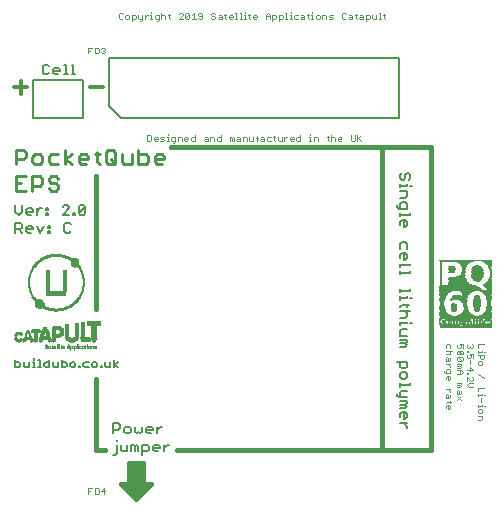
<source format=gto>
G75*
%MOIN*%
%OFA0B0*%
%FSLAX25Y25*%
%IPPOS*%
%LPD*%
%AMOC8*
5,1,8,0,0,1.08239X$1,22.5*
%
%ADD10C,0.01100*%
%ADD11C,0.00600*%
%ADD12C,0.00400*%
%ADD13C,0.01400*%
%ADD14C,0.00700*%
%ADD15C,0.01600*%
%ADD16C,0.00500*%
%ADD17R,0.17300X0.00100*%
%ADD18R,0.06800X0.00100*%
%ADD19R,0.10000X0.00100*%
%ADD20R,0.01000X0.00100*%
%ADD21R,0.00800X0.00100*%
%ADD22R,0.00400X0.00100*%
%ADD23R,0.00200X0.00100*%
%ADD24R,0.00900X0.00100*%
%ADD25R,0.00700X0.00100*%
%ADD26R,0.00300X0.00100*%
%ADD27R,0.00600X0.00100*%
%ADD28R,0.00100X0.00100*%
%ADD29R,0.00500X0.00100*%
%ADD30R,0.01500X0.00100*%
%ADD31R,0.01200X0.00100*%
%ADD32R,0.01300X0.00100*%
%ADD33R,0.01400X0.00100*%
%ADD34R,0.01600X0.00100*%
%ADD35R,0.01700X0.00100*%
%ADD36R,0.08700X0.00100*%
%ADD37R,0.02300X0.00100*%
%ADD38R,0.04200X0.00100*%
%ADD39R,0.06300X0.00100*%
%ADD40R,0.04300X0.00100*%
%ADD41R,0.03800X0.00100*%
%ADD42R,0.05400X0.00100*%
%ADD43R,0.03500X0.00100*%
%ADD44R,0.04800X0.00100*%
%ADD45R,0.03300X0.00100*%
%ADD46R,0.04400X0.00100*%
%ADD47R,0.03100X0.00100*%
%ADD48R,0.04000X0.00100*%
%ADD49R,0.03000X0.00100*%
%ADD50R,0.02800X0.00100*%
%ADD51R,0.03400X0.00100*%
%ADD52R,0.02900X0.00100*%
%ADD53R,0.02700X0.00100*%
%ADD54R,0.03200X0.00100*%
%ADD55R,0.02600X0.00100*%
%ADD56R,0.02500X0.00100*%
%ADD57R,0.02400X0.00100*%
%ADD58R,0.02200X0.00100*%
%ADD59R,0.01100X0.00100*%
%ADD60R,0.02100X0.00100*%
%ADD61R,0.02000X0.00100*%
%ADD62R,0.01900X0.00100*%
%ADD63R,0.01800X0.00100*%
%ADD64R,0.05500X0.00100*%
%ADD65R,0.05600X0.00100*%
%ADD66R,0.05300X0.00100*%
%ADD67R,0.03700X0.00100*%
%ADD68R,0.03600X0.00100*%
%ADD69R,0.04100X0.00100*%
%ADD70R,0.04900X0.00100*%
%ADD71R,0.05000X0.00100*%
%ADD72R,0.06200X0.00100*%
%ADD73R,0.14200X0.00100*%
%ADD74R,0.14000X0.00100*%
%ADD75R,0.13900X0.00100*%
%ADD76R,0.13800X0.00100*%
%ADD77R,0.13700X0.00100*%
%ADD78R,0.13600X0.00100*%
%ADD79R,0.13500X0.00100*%
%ADD80R,0.13400X0.00100*%
%ADD81R,0.13300X0.00100*%
%ADD82R,0.13200X0.00100*%
%ADD83R,0.13100X0.00100*%
%ADD84R,0.13000X0.00100*%
%ADD85R,0.12900X0.00100*%
%ADD86R,0.12800X0.00100*%
%ADD87R,0.11900X0.00100*%
%ADD88R,0.08300X0.00100*%
%ADD89R,0.08000X0.00100*%
%ADD90R,0.07700X0.00100*%
%ADD91R,0.07500X0.00100*%
%ADD92R,0.07300X0.00100*%
%ADD93R,0.07100X0.00100*%
%ADD94R,0.07000X0.00100*%
%ADD95R,0.06700X0.00100*%
%ADD96R,0.06600X0.00100*%
%ADD97R,0.06500X0.00100*%
%ADD98R,0.06400X0.00100*%
%ADD99R,0.06100X0.00100*%
%ADD100R,0.06000X0.00100*%
%ADD101R,0.05900X0.00100*%
%ADD102R,0.05800X0.00100*%
%ADD103R,0.05700X0.00100*%
%ADD104R,0.03900X0.00100*%
%ADD105R,0.04600X0.00100*%
%ADD106R,0.05100X0.00100*%
%ADD107R,0.11300X0.00100*%
%ADD108R,0.11800X0.00100*%
%ADD109R,0.00142X0.00047*%
%ADD110R,0.00094X0.00047*%
%ADD111R,0.00236X0.00047*%
%ADD112R,0.00189X0.00047*%
%ADD113R,0.00283X0.00047*%
%ADD114R,0.00614X0.00047*%
%ADD115R,0.00378X0.00047*%
%ADD116R,0.00520X0.00047*%
%ADD117R,0.00709X0.00047*%
%ADD118R,0.00425X0.00047*%
%ADD119R,0.00472X0.00047*%
%ADD120R,0.00756X0.00047*%
%ADD121R,0.00803X0.00047*%
%ADD122R,0.00850X0.00047*%
%ADD123R,0.00661X0.00047*%
%ADD124R,0.00331X0.00047*%
%ADD125R,0.01039X0.00047*%
%ADD126R,0.00047X0.00047*%
%ADD127R,0.00992X0.00047*%
%ADD128R,0.00898X0.00047*%
%ADD129R,0.00945X0.00047*%
%ADD130R,0.00567X0.00047*%
%ADD131R,0.01323X0.00047*%
%ADD132R,0.01134X0.00047*%
%ADD133R,0.01701X0.00047*%
%ADD134R,0.02409X0.00047*%
%ADD135R,0.01370X0.00047*%
%ADD136R,0.02031X0.00047*%
%ADD137R,0.02740X0.00047*%
%ADD138R,0.01559X0.00047*%
%ADD139R,0.02268X0.00047*%
%ADD140R,0.02882X0.00047*%
%ADD141R,0.01087X0.00047*%
%ADD142R,0.02457X0.00047*%
%ADD143R,0.02976X0.00047*%
%ADD144R,0.01276X0.00047*%
%ADD145R,0.01843X0.00047*%
%ADD146R,0.01181X0.00047*%
%ADD147R,0.02646X0.00047*%
%ADD148R,0.03071X0.00047*%
%ADD149R,0.01937X0.00047*%
%ADD150R,0.01228X0.00047*%
%ADD151R,0.02787X0.00047*%
%ADD152R,0.03165X0.00047*%
%ADD153R,0.01417X0.00047*%
%ADD154R,0.02079X0.00047*%
%ADD155R,0.03260X0.00047*%
%ADD156R,0.01465X0.00047*%
%ADD157R,0.02173X0.00047*%
%ADD158R,0.02220X0.00047*%
%ADD159R,0.03213X0.00047*%
%ADD160R,0.03307X0.00047*%
%ADD161R,0.02315X0.00047*%
%ADD162R,0.03354X0.00047*%
%ADD163R,0.01606X0.00047*%
%ADD164R,0.03449X0.00047*%
%ADD165R,0.01654X0.00047*%
%ADD166R,0.03543X0.00047*%
%ADD167R,0.03638X0.00047*%
%ADD168R,0.03402X0.00047*%
%ADD169R,0.03685X0.00047*%
%ADD170R,0.02504X0.00047*%
%ADD171R,0.03780X0.00047*%
%ADD172R,0.02551X0.00047*%
%ADD173R,0.03827X0.00047*%
%ADD174R,0.03921X0.00047*%
%ADD175R,0.01748X0.00047*%
%ADD176R,0.03969X0.00047*%
%ADD177R,0.04016X0.00047*%
%ADD178R,0.03118X0.00047*%
%ADD179R,0.04110X0.00047*%
%ADD180R,0.04063X0.00047*%
%ADD181R,0.04205X0.00047*%
%ADD182R,0.03024X0.00047*%
%ADD183R,0.04299X0.00047*%
%ADD184R,0.02929X0.00047*%
%ADD185R,0.01984X0.00047*%
%ADD186R,0.02835X0.00047*%
%ADD187R,0.03732X0.00047*%
%ADD188R,0.02362X0.00047*%
%ADD189R,0.02598X0.00047*%
%ADD190R,0.01512X0.00047*%
%ADD191R,0.03496X0.00047*%
%ADD192R,0.03591X0.00047*%
%ADD193R,0.02693X0.00047*%
%ADD194R,0.02126X0.00047*%
%ADD195R,0.01890X0.00047*%
%ADD196R,0.01795X0.00047*%
%ADD197R,0.04394X0.00047*%
%ADD198R,0.04583X0.00047*%
%ADD199R,0.04630X0.00047*%
%ADD200R,0.04677X0.00047*%
%ADD201R,0.04772X0.00047*%
%ADD202R,0.04866X0.00047*%
%ADD203R,0.01360X0.00080*%
%ADD204R,0.02960X0.00080*%
%ADD205R,0.03760X0.00080*%
%ADD206R,0.04560X0.00080*%
%ADD207R,0.05200X0.00080*%
%ADD208R,0.05680X0.00080*%
%ADD209R,0.06160X0.00080*%
%ADD210R,0.06640X0.00080*%
%ADD211R,0.07120X0.00080*%
%ADD212R,0.07440X0.00080*%
%ADD213R,0.03280X0.00080*%
%ADD214R,0.02800X0.00080*%
%ADD215R,0.00880X0.00080*%
%ADD216R,0.02560X0.00080*%
%ADD217R,0.01280X0.00080*%
%ADD218R,0.02320X0.00080*%
%ADD219R,0.01600X0.00080*%
%ADD220R,0.02160X0.00080*%
%ADD221R,0.01840X0.00080*%
%ADD222R,0.02000X0.00080*%
%ADD223R,0.01920X0.00080*%
%ADD224R,0.03680X0.00080*%
%ADD225R,0.03520X0.00080*%
%ADD226R,0.01760X0.00080*%
%ADD227R,0.03440X0.00080*%
%ADD228R,0.01680X0.00080*%
%ADD229R,0.03120X0.00080*%
%ADD230R,0.03040X0.00080*%
%ADD231R,0.02880X0.00080*%
%ADD232R,0.01520X0.00080*%
%ADD233R,0.01440X0.00080*%
%ADD234R,0.01200X0.00080*%
%ADD235R,0.02720X0.00080*%
%ADD236R,0.01120X0.00080*%
%ADD237R,0.01120X0.00080*%
%ADD238R,0.01040X0.00080*%
%ADD239R,0.02720X0.00080*%
%ADD240R,0.01040X0.00080*%
%ADD241R,0.00960X0.00080*%
%ADD242R,0.06960X0.00080*%
%ADD243R,0.00800X0.00080*%
%ADD244R,0.00720X0.00080*%
%ADD245R,0.02640X0.00080*%
%ADD246R,0.01440X0.00080*%
%ADD247R,0.03120X0.00080*%
%ADD248R,0.03200X0.00080*%
%ADD249R,0.01920X0.00080*%
%ADD250R,0.00400X0.00080*%
%ADD251R,0.02240X0.00080*%
%ADD252R,0.02400X0.00080*%
%ADD253R,0.02640X0.00080*%
%ADD254R,0.07600X0.00080*%
%ADD255R,0.07280X0.00080*%
%ADD256R,0.06480X0.00080*%
%ADD257R,0.06000X0.00080*%
%ADD258R,0.05520X0.00080*%
%ADD259R,0.04880X0.00080*%
%ADD260R,0.04240X0.00080*%
%ADD261R,0.02320X0.00080*%
D10*
X0025407Y0112430D02*
X0028613Y0112430D01*
X0030845Y0112430D02*
X0030845Y0117240D01*
X0033250Y0117240D01*
X0034051Y0116438D01*
X0034051Y0114835D01*
X0033250Y0114033D01*
X0030845Y0114033D01*
X0028613Y0117240D02*
X0025407Y0117240D01*
X0025407Y0112430D01*
X0025407Y0114835D02*
X0027010Y0114835D01*
X0025407Y0121288D02*
X0025407Y0126098D01*
X0027812Y0126098D01*
X0028613Y0125296D01*
X0028613Y0123693D01*
X0027812Y0122891D01*
X0025407Y0122891D01*
X0030845Y0122090D02*
X0031646Y0121288D01*
X0033250Y0121288D01*
X0034051Y0122090D01*
X0034051Y0123693D01*
X0033250Y0124495D01*
X0031646Y0124495D01*
X0030845Y0123693D01*
X0030845Y0122090D01*
X0036283Y0122090D02*
X0037084Y0121288D01*
X0039489Y0121288D01*
X0041720Y0121288D02*
X0041720Y0126098D01*
X0039489Y0124495D02*
X0037084Y0124495D01*
X0036283Y0123693D01*
X0036283Y0122090D01*
X0037084Y0117240D02*
X0036283Y0116438D01*
X0036283Y0115636D01*
X0037084Y0114835D01*
X0038687Y0114835D01*
X0039489Y0114033D01*
X0039489Y0113232D01*
X0038687Y0112430D01*
X0037084Y0112430D01*
X0036283Y0113232D01*
X0037084Y0117240D02*
X0038687Y0117240D01*
X0039489Y0116438D01*
X0044125Y0121288D02*
X0041720Y0122891D01*
X0044125Y0124495D01*
X0046252Y0123693D02*
X0046252Y0122090D01*
X0047053Y0121288D01*
X0048656Y0121288D01*
X0049458Y0122891D02*
X0049458Y0123693D01*
X0048656Y0124495D01*
X0047053Y0124495D01*
X0046252Y0123693D01*
X0046252Y0122891D02*
X0049458Y0122891D01*
X0051689Y0124495D02*
X0053293Y0124495D01*
X0052491Y0125296D02*
X0052491Y0122090D01*
X0053293Y0121288D01*
X0055314Y0122090D02*
X0056116Y0121288D01*
X0057719Y0121288D01*
X0058521Y0122090D01*
X0058521Y0125296D01*
X0057719Y0126098D01*
X0056116Y0126098D01*
X0055314Y0125296D01*
X0055314Y0122090D01*
X0056918Y0122891D02*
X0058521Y0121288D01*
X0060752Y0122090D02*
X0061554Y0121288D01*
X0063959Y0121288D01*
X0063959Y0124495D01*
X0066190Y0124495D02*
X0068595Y0124495D01*
X0069396Y0123693D01*
X0069396Y0122090D01*
X0068595Y0121288D01*
X0066190Y0121288D01*
X0066190Y0126098D01*
X0060752Y0124495D02*
X0060752Y0122090D01*
X0071628Y0122090D02*
X0071628Y0123693D01*
X0072429Y0124495D01*
X0074032Y0124495D01*
X0074834Y0123693D01*
X0074834Y0122891D01*
X0071628Y0122891D01*
X0071628Y0122090D02*
X0072429Y0121288D01*
X0074032Y0121288D01*
D11*
X0031383Y0056496D02*
X0031383Y0056070D01*
X0031383Y0055220D02*
X0031383Y0053519D01*
X0031808Y0053519D02*
X0030957Y0053519D01*
X0029758Y0053519D02*
X0029758Y0055220D01*
X0030957Y0055220D02*
X0031383Y0055220D01*
X0032891Y0056070D02*
X0033316Y0056070D01*
X0033316Y0053519D01*
X0032891Y0053519D02*
X0033741Y0053519D01*
X0034824Y0053944D02*
X0034824Y0054794D01*
X0035249Y0055220D01*
X0036525Y0055220D01*
X0036525Y0056070D02*
X0036525Y0053519D01*
X0035249Y0053519D01*
X0034824Y0053944D01*
X0037724Y0053944D02*
X0038150Y0053519D01*
X0039425Y0053519D01*
X0039425Y0055220D01*
X0040624Y0055220D02*
X0041900Y0055220D01*
X0042326Y0054794D01*
X0042326Y0053944D01*
X0041900Y0053519D01*
X0040624Y0053519D01*
X0040624Y0056070D01*
X0037724Y0055220D02*
X0037724Y0053944D01*
X0043524Y0053944D02*
X0043950Y0053519D01*
X0044800Y0053519D01*
X0045226Y0053944D01*
X0045226Y0054794D01*
X0044800Y0055220D01*
X0043950Y0055220D01*
X0043524Y0054794D01*
X0043524Y0053944D01*
X0046425Y0053944D02*
X0046850Y0053944D01*
X0046850Y0053519D01*
X0046425Y0053519D01*
X0046425Y0053944D01*
X0047875Y0053944D02*
X0047875Y0054794D01*
X0048300Y0055220D01*
X0049576Y0055220D01*
X0050775Y0054794D02*
X0050775Y0053944D01*
X0051200Y0053519D01*
X0052051Y0053519D01*
X0052476Y0053944D01*
X0052476Y0054794D01*
X0052051Y0055220D01*
X0051200Y0055220D01*
X0050775Y0054794D01*
X0049576Y0053519D02*
X0048300Y0053519D01*
X0047875Y0053944D01*
X0053675Y0053944D02*
X0054100Y0053944D01*
X0054100Y0053519D01*
X0053675Y0053519D01*
X0053675Y0053944D01*
X0055125Y0053944D02*
X0055125Y0055220D01*
X0055125Y0053944D02*
X0055550Y0053519D01*
X0056826Y0053519D01*
X0056826Y0055220D01*
X0058025Y0056070D02*
X0058025Y0053519D01*
X0058025Y0054369D02*
X0059301Y0055220D01*
X0058025Y0054369D02*
X0059301Y0053519D01*
X0059504Y0034811D02*
X0057834Y0034811D01*
X0057834Y0031471D01*
X0057834Y0032585D02*
X0059504Y0032585D01*
X0060061Y0033141D01*
X0060061Y0034254D01*
X0059504Y0034811D01*
X0061459Y0033141D02*
X0061459Y0032028D01*
X0062016Y0031471D01*
X0063129Y0031471D01*
X0063686Y0032028D01*
X0063686Y0033141D01*
X0063129Y0033698D01*
X0062016Y0033698D01*
X0061459Y0033141D01*
X0065085Y0033698D02*
X0065085Y0032028D01*
X0065641Y0031471D01*
X0066198Y0032028D01*
X0066754Y0031471D01*
X0067311Y0032028D01*
X0067311Y0033698D01*
X0068710Y0033141D02*
X0069266Y0033698D01*
X0070380Y0033698D01*
X0070936Y0033141D01*
X0070936Y0032585D01*
X0068710Y0032585D01*
X0068710Y0033141D02*
X0068710Y0032028D01*
X0069266Y0031471D01*
X0070380Y0031471D01*
X0072335Y0031471D02*
X0072335Y0033698D01*
X0073448Y0033698D02*
X0074005Y0033698D01*
X0073448Y0033698D02*
X0072335Y0032585D01*
X0072796Y0027792D02*
X0071683Y0027792D01*
X0071126Y0027236D01*
X0071126Y0026122D01*
X0071683Y0025566D01*
X0072796Y0025566D01*
X0073353Y0026679D02*
X0071126Y0026679D01*
X0069728Y0026122D02*
X0069171Y0025566D01*
X0067501Y0025566D01*
X0067501Y0024452D02*
X0067501Y0027792D01*
X0069171Y0027792D01*
X0069728Y0027236D01*
X0069728Y0026122D01*
X0072796Y0027792D02*
X0073353Y0027236D01*
X0073353Y0026679D01*
X0074752Y0026679D02*
X0075865Y0027792D01*
X0076421Y0027792D01*
X0074752Y0027792D02*
X0074752Y0025566D01*
X0066103Y0025566D02*
X0066103Y0027236D01*
X0065546Y0027792D01*
X0064989Y0027236D01*
X0064989Y0025566D01*
X0063876Y0025566D02*
X0063876Y0027792D01*
X0064433Y0027792D01*
X0064989Y0027236D01*
X0062478Y0027792D02*
X0062478Y0025566D01*
X0060808Y0025566D01*
X0060251Y0026122D01*
X0060251Y0027792D01*
X0058948Y0027792D02*
X0058948Y0025009D01*
X0058391Y0024452D01*
X0057834Y0024452D01*
X0058948Y0028906D02*
X0058948Y0029462D01*
X0029758Y0053519D02*
X0028482Y0053519D01*
X0028057Y0053944D01*
X0028057Y0055220D01*
X0026858Y0054794D02*
X0026858Y0053944D01*
X0026433Y0053519D01*
X0025157Y0053519D01*
X0025157Y0056070D01*
X0025157Y0055220D02*
X0026433Y0055220D01*
X0026858Y0054794D01*
X0152390Y0055437D02*
X0155730Y0055437D01*
X0155730Y0053767D01*
X0155173Y0053211D01*
X0154060Y0053211D01*
X0153504Y0053767D01*
X0153504Y0055437D01*
X0154060Y0051812D02*
X0153504Y0051255D01*
X0153504Y0050142D01*
X0154060Y0049585D01*
X0155173Y0049585D01*
X0155730Y0050142D01*
X0155730Y0051255D01*
X0155173Y0051812D01*
X0154060Y0051812D01*
X0153504Y0048187D02*
X0153504Y0047074D01*
X0153504Y0047630D02*
X0156843Y0047630D01*
X0156843Y0048187D01*
X0155730Y0045770D02*
X0154060Y0045770D01*
X0153504Y0045213D01*
X0153504Y0043544D01*
X0152947Y0043544D02*
X0152390Y0044100D01*
X0152390Y0044657D01*
X0152947Y0043544D02*
X0155730Y0043544D01*
X0155730Y0042145D02*
X0155730Y0041588D01*
X0155173Y0041032D01*
X0155730Y0040475D01*
X0155173Y0039918D01*
X0153504Y0039918D01*
X0153504Y0041032D02*
X0155173Y0041032D01*
X0155730Y0042145D02*
X0153504Y0042145D01*
X0154060Y0038520D02*
X0155173Y0038520D01*
X0155730Y0037963D01*
X0155730Y0036850D01*
X0155173Y0036293D01*
X0154617Y0036293D01*
X0154617Y0038520D01*
X0154060Y0038520D02*
X0153504Y0037963D01*
X0153504Y0036850D01*
X0153504Y0034895D02*
X0155730Y0034895D01*
X0154617Y0034895D02*
X0155730Y0033781D01*
X0155730Y0033225D01*
X0155173Y0060461D02*
X0153504Y0060461D01*
X0153504Y0061574D02*
X0155173Y0061574D01*
X0155730Y0061017D01*
X0155173Y0060461D01*
X0155173Y0061574D02*
X0155730Y0062131D01*
X0155730Y0062687D01*
X0153504Y0062687D01*
X0153504Y0064086D02*
X0155730Y0064086D01*
X0153504Y0064086D02*
X0153504Y0065756D01*
X0154060Y0066313D01*
X0155730Y0066313D01*
X0155730Y0068173D02*
X0153504Y0068173D01*
X0153504Y0068729D02*
X0153504Y0067616D01*
X0155730Y0068173D02*
X0155730Y0068729D01*
X0156843Y0068173D02*
X0157400Y0068173D01*
X0155173Y0070128D02*
X0153504Y0070128D01*
X0155173Y0070128D02*
X0155730Y0070685D01*
X0155730Y0071798D01*
X0155173Y0072354D01*
X0155730Y0073658D02*
X0155730Y0074771D01*
X0156287Y0074215D02*
X0154060Y0074215D01*
X0153504Y0073658D01*
X0153504Y0072354D02*
X0156843Y0072354D01*
X0156843Y0076631D02*
X0157400Y0076631D01*
X0155730Y0076631D02*
X0153504Y0076631D01*
X0153504Y0076075D02*
X0153504Y0077188D01*
X0153504Y0078491D02*
X0153504Y0079605D01*
X0153504Y0079048D02*
X0156843Y0079048D01*
X0156843Y0079605D01*
X0155730Y0077188D02*
X0155730Y0076631D01*
X0153504Y0084533D02*
X0153504Y0085647D01*
X0153504Y0085090D02*
X0156843Y0085090D01*
X0156843Y0085647D01*
X0156843Y0087507D02*
X0153504Y0087507D01*
X0153504Y0088063D02*
X0153504Y0086950D01*
X0154617Y0089462D02*
X0154617Y0091689D01*
X0155173Y0091689D02*
X0155730Y0091132D01*
X0155730Y0090019D01*
X0155173Y0089462D01*
X0154617Y0089462D01*
X0153504Y0090019D02*
X0153504Y0091132D01*
X0154060Y0091689D01*
X0155173Y0091689D01*
X0155730Y0093087D02*
X0155730Y0094757D01*
X0155173Y0095314D01*
X0154060Y0095314D01*
X0153504Y0094757D01*
X0153504Y0093087D01*
X0156843Y0088063D02*
X0156843Y0087507D01*
X0155173Y0100337D02*
X0154617Y0100337D01*
X0154617Y0102564D01*
X0155173Y0102564D02*
X0155730Y0102007D01*
X0155730Y0100894D01*
X0155173Y0100337D01*
X0153504Y0100894D02*
X0153504Y0102007D01*
X0154060Y0102564D01*
X0155173Y0102564D01*
X0153504Y0103867D02*
X0153504Y0104981D01*
X0153504Y0104424D02*
X0156843Y0104424D01*
X0156843Y0104981D01*
X0155730Y0106379D02*
X0155730Y0108049D01*
X0155173Y0108606D01*
X0154060Y0108606D01*
X0153504Y0108049D01*
X0153504Y0106379D01*
X0152947Y0106379D02*
X0155730Y0106379D01*
X0152947Y0106379D02*
X0152390Y0106936D01*
X0152390Y0107493D01*
X0153504Y0110004D02*
X0155173Y0110004D01*
X0155730Y0110561D01*
X0155730Y0112231D01*
X0153504Y0112231D01*
X0153504Y0113534D02*
X0153504Y0114648D01*
X0153504Y0114091D02*
X0155730Y0114091D01*
X0155730Y0114648D01*
X0156843Y0114091D02*
X0157400Y0114091D01*
X0156287Y0116046D02*
X0156843Y0116603D01*
X0156843Y0117716D01*
X0156287Y0118273D01*
X0155730Y0118273D01*
X0155173Y0117716D01*
X0155173Y0116603D01*
X0154617Y0116046D01*
X0154060Y0116046D01*
X0153504Y0116603D01*
X0153504Y0117716D01*
X0154060Y0118273D01*
D12*
X0049467Y0013256D02*
X0049467Y0011293D01*
X0049467Y0012274D02*
X0050121Y0012274D01*
X0049467Y0013256D02*
X0050776Y0013256D01*
X0051642Y0013256D02*
X0051642Y0011293D01*
X0052624Y0011293D01*
X0052951Y0011620D01*
X0052951Y0012929D01*
X0052624Y0013256D01*
X0051642Y0013256D01*
X0053817Y0012274D02*
X0055126Y0012274D01*
X0054799Y0011293D02*
X0054799Y0013256D01*
X0053817Y0012274D01*
X0168758Y0040004D02*
X0168758Y0040658D01*
X0169085Y0040985D01*
X0169740Y0040985D01*
X0170067Y0040658D01*
X0170067Y0040004D01*
X0169740Y0039676D01*
X0169413Y0039676D01*
X0169413Y0040985D01*
X0170067Y0041781D02*
X0170067Y0042435D01*
X0170394Y0042108D02*
X0169085Y0042108D01*
X0168758Y0041781D01*
X0168758Y0043301D02*
X0168758Y0044283D01*
X0169085Y0044611D01*
X0169413Y0044283D01*
X0169413Y0043301D01*
X0169740Y0043301D02*
X0168758Y0043301D01*
X0169740Y0043301D02*
X0170067Y0043629D01*
X0170067Y0044283D01*
X0170067Y0045441D02*
X0170067Y0045769D01*
X0169413Y0046423D01*
X0170067Y0046423D02*
X0168758Y0046423D01*
X0169413Y0049464D02*
X0169413Y0050773D01*
X0169740Y0050773D02*
X0170067Y0050446D01*
X0170067Y0049791D01*
X0169740Y0049464D01*
X0169413Y0049464D01*
X0168758Y0049791D02*
X0168758Y0050446D01*
X0169085Y0050773D01*
X0169740Y0050773D01*
X0170067Y0051639D02*
X0168431Y0051639D01*
X0168103Y0051966D01*
X0168103Y0052294D01*
X0168758Y0052621D02*
X0168758Y0051639D01*
X0168758Y0052621D02*
X0169085Y0052948D01*
X0169740Y0052948D01*
X0170067Y0052621D01*
X0170067Y0051639D01*
X0170067Y0053779D02*
X0170067Y0054106D01*
X0169413Y0054761D01*
X0170067Y0054761D02*
X0168758Y0054761D01*
X0168758Y0055627D02*
X0168758Y0056609D01*
X0169085Y0056936D01*
X0169413Y0056609D01*
X0169413Y0055627D01*
X0169740Y0055627D02*
X0168758Y0055627D01*
X0169740Y0055627D02*
X0170067Y0055954D01*
X0170067Y0056609D01*
X0169740Y0057802D02*
X0170067Y0058129D01*
X0170067Y0058784D01*
X0169740Y0059111D01*
X0170067Y0059977D02*
X0170067Y0060959D01*
X0169740Y0061286D01*
X0169085Y0061286D01*
X0168758Y0060959D01*
X0168758Y0059977D01*
X0168758Y0059111D02*
X0170722Y0059111D01*
X0172301Y0058784D02*
X0172628Y0059111D01*
X0173938Y0057802D01*
X0172628Y0057802D01*
X0172301Y0058129D01*
X0172301Y0058784D01*
X0172628Y0059111D02*
X0173938Y0059111D01*
X0174265Y0058784D01*
X0174265Y0058129D01*
X0173938Y0057802D01*
X0173938Y0056936D02*
X0174265Y0056609D01*
X0174265Y0055954D01*
X0173938Y0055627D01*
X0172628Y0056936D01*
X0172301Y0056609D01*
X0172301Y0055954D01*
X0172628Y0055627D01*
X0173938Y0055627D01*
X0173610Y0054761D02*
X0173610Y0054434D01*
X0173283Y0054106D01*
X0173610Y0053779D01*
X0173283Y0053452D01*
X0172301Y0053452D01*
X0172301Y0054106D02*
X0173283Y0054106D01*
X0173610Y0054761D02*
X0172301Y0054761D01*
X0172628Y0056936D02*
X0173938Y0056936D01*
X0175844Y0057042D02*
X0175844Y0057696D01*
X0176172Y0058024D01*
X0176826Y0058024D02*
X0177154Y0057369D01*
X0177154Y0057042D01*
X0176826Y0056714D01*
X0176172Y0056714D01*
X0175844Y0057042D01*
X0176826Y0058024D02*
X0177808Y0058024D01*
X0177808Y0056714D01*
X0176826Y0055849D02*
X0176826Y0054539D01*
X0176826Y0053673D02*
X0176826Y0052364D01*
X0175844Y0052691D02*
X0177808Y0052691D01*
X0176826Y0053673D01*
X0176172Y0051498D02*
X0176172Y0051171D01*
X0175844Y0051171D01*
X0175844Y0051498D01*
X0176172Y0051498D01*
X0175844Y0050411D02*
X0177154Y0049102D01*
X0177481Y0049102D01*
X0177808Y0049429D01*
X0177808Y0050083D01*
X0177481Y0050411D01*
X0175844Y0050411D02*
X0175844Y0049102D01*
X0176499Y0048236D02*
X0175844Y0047581D01*
X0176499Y0046926D01*
X0177808Y0046926D01*
X0177808Y0048236D02*
X0176499Y0048236D01*
X0179388Y0046786D02*
X0179388Y0045476D01*
X0179388Y0044611D02*
X0179388Y0043956D01*
X0179388Y0044283D02*
X0180697Y0044283D01*
X0180697Y0044611D01*
X0181352Y0044283D02*
X0181679Y0044283D01*
X0180370Y0043161D02*
X0180370Y0041851D01*
X0180697Y0040985D02*
X0180697Y0040658D01*
X0179388Y0040658D01*
X0179388Y0040985D02*
X0179388Y0040331D01*
X0179715Y0039535D02*
X0179388Y0039208D01*
X0179388Y0038553D01*
X0179715Y0038226D01*
X0180370Y0038226D01*
X0180697Y0038553D01*
X0180697Y0039208D01*
X0180370Y0039535D01*
X0179715Y0039535D01*
X0181352Y0040658D02*
X0181679Y0040658D01*
X0180697Y0037360D02*
X0179388Y0037360D01*
X0179388Y0036051D02*
X0180370Y0036051D01*
X0180697Y0036378D01*
X0180697Y0037360D01*
X0173610Y0042576D02*
X0172301Y0043886D01*
X0172301Y0044751D02*
X0172301Y0045733D01*
X0172628Y0046061D01*
X0172956Y0045733D01*
X0172956Y0044751D01*
X0173283Y0044751D02*
X0172301Y0044751D01*
X0173283Y0044751D02*
X0173610Y0045079D01*
X0173610Y0045733D01*
X0173283Y0046926D02*
X0172301Y0046926D01*
X0172301Y0047581D02*
X0173283Y0047581D01*
X0173610Y0047254D01*
X0173283Y0046926D01*
X0173283Y0047581D02*
X0173610Y0047908D01*
X0173610Y0048236D01*
X0172301Y0048236D01*
X0172301Y0051277D02*
X0173610Y0051277D01*
X0174265Y0051931D01*
X0173610Y0052586D01*
X0172301Y0052586D01*
X0173283Y0052586D02*
X0173283Y0051277D01*
X0179388Y0051136D02*
X0181352Y0049827D01*
X0181352Y0046786D02*
X0179388Y0046786D01*
X0173610Y0043886D02*
X0172301Y0042576D01*
X0179715Y0054177D02*
X0180370Y0054177D01*
X0180697Y0054504D01*
X0180697Y0055159D01*
X0180370Y0055486D01*
X0179715Y0055486D01*
X0179388Y0055159D01*
X0179388Y0054504D01*
X0179715Y0054177D01*
X0180370Y0056352D02*
X0180042Y0056679D01*
X0180042Y0057661D01*
X0179388Y0057661D02*
X0181352Y0057661D01*
X0181352Y0056679D01*
X0181024Y0056352D01*
X0180370Y0056352D01*
X0179388Y0058457D02*
X0179388Y0059111D01*
X0179388Y0058784D02*
X0180697Y0058784D01*
X0180697Y0059111D01*
X0181352Y0058784D02*
X0181679Y0058784D01*
X0181352Y0061286D02*
X0179388Y0061286D01*
X0179388Y0059977D01*
X0177808Y0060304D02*
X0177481Y0059977D01*
X0177154Y0059977D01*
X0176826Y0060304D01*
X0176499Y0059977D01*
X0176172Y0059977D01*
X0175844Y0060304D01*
X0175844Y0060959D01*
X0176172Y0061286D01*
X0176826Y0060632D02*
X0176826Y0060304D01*
X0177808Y0060304D02*
X0177808Y0060959D01*
X0177481Y0061286D01*
X0176172Y0059111D02*
X0176172Y0058784D01*
X0175844Y0058784D01*
X0175844Y0059111D01*
X0176172Y0059111D01*
X0174265Y0059977D02*
X0174265Y0061286D01*
X0173283Y0061286D01*
X0173610Y0060632D01*
X0173610Y0060304D01*
X0173283Y0059977D01*
X0172628Y0059977D01*
X0172301Y0060304D01*
X0172301Y0060959D01*
X0172628Y0061286D01*
X0169740Y0057802D02*
X0168758Y0057802D01*
X0140426Y0129009D02*
X0139444Y0129991D01*
X0139117Y0129664D02*
X0140426Y0130973D01*
X0139117Y0130973D02*
X0139117Y0129009D01*
X0138251Y0129336D02*
X0138251Y0130973D01*
X0136942Y0130973D02*
X0136942Y0129336D01*
X0137269Y0129009D01*
X0137924Y0129009D01*
X0138251Y0129336D01*
X0133901Y0129664D02*
X0132592Y0129664D01*
X0132592Y0129991D02*
X0132592Y0129336D01*
X0132919Y0129009D01*
X0133573Y0129009D01*
X0133901Y0129664D02*
X0133901Y0129991D01*
X0133573Y0130318D01*
X0132919Y0130318D01*
X0132592Y0129991D01*
X0131726Y0129991D02*
X0131726Y0129009D01*
X0131726Y0129991D02*
X0131398Y0130318D01*
X0130744Y0130318D01*
X0130416Y0129991D01*
X0129621Y0130318D02*
X0128966Y0130318D01*
X0129294Y0130646D02*
X0129294Y0129336D01*
X0129621Y0129009D01*
X0130416Y0129009D02*
X0130416Y0130973D01*
X0125925Y0129991D02*
X0125925Y0129009D01*
X0125925Y0129991D02*
X0125598Y0130318D01*
X0124616Y0130318D01*
X0124616Y0129009D01*
X0123821Y0129009D02*
X0123166Y0129009D01*
X0123493Y0129009D02*
X0123493Y0130318D01*
X0123166Y0130318D01*
X0123493Y0130973D02*
X0123493Y0131300D01*
X0120125Y0130973D02*
X0120125Y0129009D01*
X0119143Y0129009D01*
X0118816Y0129336D01*
X0118816Y0129991D01*
X0119143Y0130318D01*
X0120125Y0130318D01*
X0117950Y0129991D02*
X0117950Y0129664D01*
X0116641Y0129664D01*
X0116641Y0129991D02*
X0116641Y0129336D01*
X0116968Y0129009D01*
X0117623Y0129009D01*
X0117950Y0129991D02*
X0117623Y0130318D01*
X0116968Y0130318D01*
X0116641Y0129991D01*
X0115810Y0130318D02*
X0115483Y0130318D01*
X0114828Y0129664D01*
X0114828Y0130318D02*
X0114828Y0129009D01*
X0113963Y0129009D02*
X0113963Y0130318D01*
X0113963Y0129009D02*
X0112981Y0129009D01*
X0112653Y0129336D01*
X0112653Y0130318D01*
X0111858Y0130318D02*
X0111203Y0130318D01*
X0111531Y0130646D02*
X0111531Y0129336D01*
X0111858Y0129009D01*
X0110337Y0129009D02*
X0109355Y0129009D01*
X0109028Y0129336D01*
X0109028Y0129991D01*
X0109355Y0130318D01*
X0110337Y0130318D01*
X0108162Y0129991D02*
X0108162Y0129009D01*
X0107180Y0129009D01*
X0106853Y0129336D01*
X0107180Y0129664D01*
X0108162Y0129664D01*
X0108162Y0129991D02*
X0107835Y0130318D01*
X0107180Y0130318D01*
X0106058Y0129991D02*
X0105403Y0129991D01*
X0105730Y0130646D02*
X0105730Y0129009D01*
X0104537Y0129009D02*
X0104537Y0130318D01*
X0105730Y0130646D02*
X0106058Y0130973D01*
X0104537Y0129009D02*
X0103555Y0129009D01*
X0103228Y0129336D01*
X0103228Y0130318D01*
X0102362Y0129991D02*
X0102362Y0129009D01*
X0102362Y0129991D02*
X0102035Y0130318D01*
X0101053Y0130318D01*
X0101053Y0129009D01*
X0100187Y0129009D02*
X0099205Y0129009D01*
X0098878Y0129336D01*
X0099205Y0129664D01*
X0100187Y0129664D01*
X0100187Y0129991D02*
X0100187Y0129009D01*
X0100187Y0129991D02*
X0099860Y0130318D01*
X0099205Y0130318D01*
X0098012Y0129991D02*
X0098012Y0129009D01*
X0097357Y0129009D02*
X0097357Y0129991D01*
X0097685Y0130318D01*
X0098012Y0129991D01*
X0097357Y0129991D02*
X0097030Y0130318D01*
X0096703Y0130318D01*
X0096703Y0129009D01*
X0093662Y0129009D02*
X0092680Y0129009D01*
X0092352Y0129336D01*
X0092352Y0129991D01*
X0092680Y0130318D01*
X0093662Y0130318D01*
X0093662Y0130973D02*
X0093662Y0129009D01*
X0091487Y0129009D02*
X0091487Y0129991D01*
X0091159Y0130318D01*
X0090177Y0130318D01*
X0090177Y0129009D01*
X0089312Y0129009D02*
X0089312Y0129991D01*
X0088984Y0130318D01*
X0088330Y0130318D01*
X0088330Y0129664D02*
X0089312Y0129664D01*
X0089312Y0129009D02*
X0088330Y0129009D01*
X0088002Y0129336D01*
X0088330Y0129664D01*
X0084961Y0130318D02*
X0083979Y0130318D01*
X0083652Y0129991D01*
X0083652Y0129336D01*
X0083979Y0129009D01*
X0084961Y0129009D01*
X0084961Y0130973D01*
X0082786Y0129991D02*
X0082786Y0129664D01*
X0081477Y0129664D01*
X0081477Y0129991D02*
X0081477Y0129336D01*
X0081804Y0129009D01*
X0082459Y0129009D01*
X0082786Y0129991D02*
X0082459Y0130318D01*
X0081804Y0130318D01*
X0081477Y0129991D01*
X0080611Y0129991D02*
X0080611Y0129009D01*
X0080611Y0129991D02*
X0080284Y0130318D01*
X0079302Y0130318D01*
X0079302Y0129009D01*
X0078436Y0129009D02*
X0077454Y0129009D01*
X0077127Y0129336D01*
X0077127Y0129991D01*
X0077454Y0130318D01*
X0078436Y0130318D01*
X0078436Y0128682D01*
X0078109Y0128354D01*
X0077782Y0128354D01*
X0076331Y0129009D02*
X0075677Y0129009D01*
X0076004Y0129009D02*
X0076004Y0130318D01*
X0075677Y0130318D01*
X0076004Y0130973D02*
X0076004Y0131300D01*
X0074811Y0130318D02*
X0073829Y0130318D01*
X0073502Y0129991D01*
X0073829Y0129664D01*
X0074484Y0129664D01*
X0074811Y0129336D01*
X0074484Y0129009D01*
X0073502Y0129009D01*
X0072636Y0129664D02*
X0071327Y0129664D01*
X0071327Y0129991D02*
X0071327Y0129336D01*
X0071654Y0129009D01*
X0072309Y0129009D01*
X0072636Y0129664D02*
X0072636Y0129991D01*
X0072309Y0130318D01*
X0071654Y0130318D01*
X0071327Y0129991D01*
X0070461Y0130646D02*
X0070134Y0130973D01*
X0069152Y0130973D01*
X0069152Y0129009D01*
X0070134Y0129009D01*
X0070461Y0129336D01*
X0070461Y0130646D01*
X0054799Y0158143D02*
X0054144Y0158143D01*
X0053817Y0158470D01*
X0052951Y0158470D02*
X0052951Y0159779D01*
X0052624Y0160107D01*
X0051642Y0160107D01*
X0051642Y0158143D01*
X0052624Y0158143D01*
X0052951Y0158470D01*
X0053817Y0159779D02*
X0054144Y0160107D01*
X0054799Y0160107D01*
X0055126Y0159779D01*
X0055126Y0159452D01*
X0054799Y0159125D01*
X0055126Y0158798D01*
X0055126Y0158470D01*
X0054799Y0158143D01*
X0054799Y0159125D02*
X0054471Y0159125D01*
X0050776Y0160107D02*
X0049467Y0160107D01*
X0049467Y0158143D01*
X0049467Y0159125D02*
X0050121Y0159125D01*
X0060030Y0169560D02*
X0060685Y0169560D01*
X0061012Y0169888D01*
X0061878Y0169888D02*
X0062205Y0169560D01*
X0062860Y0169560D01*
X0063187Y0169888D01*
X0063187Y0170542D01*
X0062860Y0170869D01*
X0062205Y0170869D01*
X0061878Y0170542D01*
X0061878Y0169888D01*
X0061012Y0171197D02*
X0060685Y0171524D01*
X0060030Y0171524D01*
X0059703Y0171197D01*
X0059703Y0169888D01*
X0060030Y0169560D01*
X0064053Y0169560D02*
X0065035Y0169560D01*
X0065362Y0169888D01*
X0065362Y0170542D01*
X0065035Y0170869D01*
X0064053Y0170869D01*
X0064053Y0168906D01*
X0066228Y0169888D02*
X0066228Y0170869D01*
X0066228Y0169888D02*
X0066555Y0169560D01*
X0067537Y0169560D01*
X0067537Y0169233D02*
X0067210Y0168906D01*
X0066883Y0168906D01*
X0067537Y0169233D02*
X0067537Y0170869D01*
X0068403Y0170869D02*
X0068403Y0169560D01*
X0068403Y0170215D02*
X0069058Y0170869D01*
X0069385Y0170869D01*
X0070216Y0170869D02*
X0070543Y0170869D01*
X0070543Y0169560D01*
X0070216Y0169560D02*
X0070870Y0169560D01*
X0071666Y0169888D02*
X0071993Y0169560D01*
X0072975Y0169560D01*
X0072975Y0169233D02*
X0072975Y0170869D01*
X0071993Y0170869D01*
X0071666Y0170542D01*
X0071666Y0169888D01*
X0072320Y0168906D02*
X0072648Y0168906D01*
X0072975Y0169233D01*
X0073841Y0169560D02*
X0073841Y0171524D01*
X0074168Y0170869D02*
X0074823Y0170869D01*
X0075150Y0170542D01*
X0075150Y0169560D01*
X0076343Y0169888D02*
X0076343Y0171197D01*
X0076016Y0170869D02*
X0076671Y0170869D01*
X0076343Y0169888D02*
X0076671Y0169560D01*
X0079641Y0169560D02*
X0080950Y0170869D01*
X0080950Y0171197D01*
X0080623Y0171524D01*
X0079968Y0171524D01*
X0079641Y0171197D01*
X0079641Y0169560D02*
X0080950Y0169560D01*
X0081816Y0169888D02*
X0083125Y0171197D01*
X0083125Y0169888D01*
X0082798Y0169560D01*
X0082143Y0169560D01*
X0081816Y0169888D01*
X0081816Y0171197D01*
X0082143Y0171524D01*
X0082798Y0171524D01*
X0083125Y0171197D01*
X0083991Y0170869D02*
X0084646Y0171524D01*
X0084646Y0169560D01*
X0085300Y0169560D02*
X0083991Y0169560D01*
X0086166Y0169888D02*
X0086494Y0169560D01*
X0087148Y0169560D01*
X0087476Y0169888D01*
X0087476Y0171197D01*
X0087148Y0171524D01*
X0086494Y0171524D01*
X0086166Y0171197D01*
X0086166Y0170869D01*
X0086494Y0170542D01*
X0087476Y0170542D01*
X0090516Y0170869D02*
X0090844Y0170542D01*
X0091498Y0170542D01*
X0091826Y0170215D01*
X0091826Y0169888D01*
X0091498Y0169560D01*
X0090844Y0169560D01*
X0090516Y0169888D01*
X0090516Y0170869D02*
X0090516Y0171197D01*
X0090844Y0171524D01*
X0091498Y0171524D01*
X0091826Y0171197D01*
X0093019Y0170869D02*
X0093673Y0170869D01*
X0094001Y0170542D01*
X0094001Y0169560D01*
X0093019Y0169560D01*
X0092692Y0169888D01*
X0093019Y0170215D01*
X0094001Y0170215D01*
X0094867Y0170869D02*
X0095521Y0170869D01*
X0095194Y0171197D02*
X0095194Y0169888D01*
X0095521Y0169560D01*
X0096317Y0169888D02*
X0096317Y0170542D01*
X0096644Y0170869D01*
X0097299Y0170869D01*
X0097626Y0170542D01*
X0097626Y0170215D01*
X0096317Y0170215D01*
X0096317Y0169888D02*
X0096644Y0169560D01*
X0097299Y0169560D01*
X0098492Y0169560D02*
X0099146Y0169560D01*
X0098819Y0169560D02*
X0098819Y0171524D01*
X0098492Y0171524D01*
X0099942Y0171524D02*
X0100269Y0171524D01*
X0100269Y0169560D01*
X0099942Y0169560D02*
X0100596Y0169560D01*
X0101392Y0169560D02*
X0102046Y0169560D01*
X0101719Y0169560D02*
X0101719Y0170869D01*
X0101392Y0170869D01*
X0101719Y0171524D02*
X0101719Y0171851D01*
X0102842Y0170869D02*
X0103497Y0170869D01*
X0103169Y0171197D02*
X0103169Y0169888D01*
X0103497Y0169560D01*
X0104292Y0169888D02*
X0104292Y0170542D01*
X0104619Y0170869D01*
X0105274Y0170869D01*
X0105601Y0170542D01*
X0105601Y0170215D01*
X0104292Y0170215D01*
X0104292Y0169888D02*
X0104619Y0169560D01*
X0105274Y0169560D01*
X0108642Y0169560D02*
X0108642Y0170869D01*
X0109297Y0171524D01*
X0109951Y0170869D01*
X0109951Y0169560D01*
X0110817Y0169560D02*
X0111799Y0169560D01*
X0112126Y0169888D01*
X0112126Y0170542D01*
X0111799Y0170869D01*
X0110817Y0170869D01*
X0110817Y0168906D01*
X0109951Y0170542D02*
X0108642Y0170542D01*
X0112992Y0170869D02*
X0112992Y0168906D01*
X0112992Y0169560D02*
X0113974Y0169560D01*
X0114302Y0169888D01*
X0114302Y0170542D01*
X0113974Y0170869D01*
X0112992Y0170869D01*
X0115167Y0171524D02*
X0115495Y0171524D01*
X0115495Y0169560D01*
X0115822Y0169560D02*
X0115167Y0169560D01*
X0116617Y0169560D02*
X0117272Y0169560D01*
X0116945Y0169560D02*
X0116945Y0170869D01*
X0116617Y0170869D01*
X0116945Y0171524D02*
X0116945Y0171851D01*
X0118067Y0170542D02*
X0118067Y0169888D01*
X0118395Y0169560D01*
X0119377Y0169560D01*
X0120243Y0169888D02*
X0120570Y0170215D01*
X0121552Y0170215D01*
X0121552Y0170542D02*
X0121552Y0169560D01*
X0120570Y0169560D01*
X0120243Y0169888D01*
X0120570Y0170869D02*
X0121225Y0170869D01*
X0121552Y0170542D01*
X0122418Y0170869D02*
X0123072Y0170869D01*
X0122745Y0171197D02*
X0122745Y0169888D01*
X0123072Y0169560D01*
X0123868Y0169560D02*
X0124522Y0169560D01*
X0124195Y0169560D02*
X0124195Y0170869D01*
X0123868Y0170869D01*
X0124195Y0171524D02*
X0124195Y0171851D01*
X0125318Y0170542D02*
X0125318Y0169888D01*
X0125645Y0169560D01*
X0126300Y0169560D01*
X0126627Y0169888D01*
X0126627Y0170542D01*
X0126300Y0170869D01*
X0125645Y0170869D01*
X0125318Y0170542D01*
X0127493Y0170869D02*
X0127493Y0169560D01*
X0128802Y0169560D02*
X0128802Y0170542D01*
X0128475Y0170869D01*
X0127493Y0170869D01*
X0129668Y0170542D02*
X0129995Y0170215D01*
X0130650Y0170215D01*
X0130977Y0169888D01*
X0130650Y0169560D01*
X0129668Y0169560D01*
X0129668Y0170542D02*
X0129995Y0170869D01*
X0130977Y0170869D01*
X0134018Y0171197D02*
X0134018Y0169888D01*
X0134345Y0169560D01*
X0135000Y0169560D01*
X0135327Y0169888D01*
X0136193Y0169888D02*
X0136520Y0170215D01*
X0137502Y0170215D01*
X0137502Y0170542D02*
X0137502Y0169560D01*
X0136520Y0169560D01*
X0136193Y0169888D01*
X0136520Y0170869D02*
X0137175Y0170869D01*
X0137502Y0170542D01*
X0138368Y0170869D02*
X0139023Y0170869D01*
X0138696Y0171197D02*
X0138696Y0169888D01*
X0139023Y0169560D01*
X0139818Y0169888D02*
X0140146Y0170215D01*
X0141128Y0170215D01*
X0141128Y0170542D02*
X0141128Y0169560D01*
X0140146Y0169560D01*
X0139818Y0169888D01*
X0140146Y0170869D02*
X0140800Y0170869D01*
X0141128Y0170542D01*
X0141993Y0170869D02*
X0142975Y0170869D01*
X0143303Y0170542D01*
X0143303Y0169888D01*
X0142975Y0169560D01*
X0141993Y0169560D01*
X0141993Y0168906D02*
X0141993Y0170869D01*
X0144168Y0170869D02*
X0144168Y0169888D01*
X0144496Y0169560D01*
X0145478Y0169560D01*
X0145478Y0170869D01*
X0146344Y0171524D02*
X0146671Y0171524D01*
X0146671Y0169560D01*
X0146344Y0169560D02*
X0146998Y0169560D01*
X0148121Y0169888D02*
X0148448Y0169560D01*
X0148121Y0169888D02*
X0148121Y0171197D01*
X0147794Y0170869D02*
X0148448Y0170869D01*
X0135327Y0171197D02*
X0135000Y0171524D01*
X0134345Y0171524D01*
X0134018Y0171197D01*
X0119377Y0170869D02*
X0118395Y0170869D01*
X0118067Y0170542D01*
X0074168Y0170869D02*
X0073841Y0170542D01*
X0070543Y0171524D02*
X0070543Y0171851D01*
D13*
X0054286Y0146922D02*
X0049967Y0146922D01*
X0029089Y0146922D02*
X0024770Y0146922D01*
X0026930Y0149082D02*
X0026930Y0144762D01*
D14*
X0034262Y0151746D02*
X0034802Y0151206D01*
X0035882Y0151206D01*
X0036422Y0151746D01*
X0037887Y0151746D02*
X0037887Y0152826D01*
X0038427Y0153366D01*
X0039507Y0153366D01*
X0040047Y0152826D01*
X0040047Y0152286D01*
X0037887Y0152286D01*
X0037887Y0151746D02*
X0038427Y0151206D01*
X0039507Y0151206D01*
X0041512Y0151206D02*
X0042592Y0151206D01*
X0042052Y0151206D02*
X0042052Y0154446D01*
X0041512Y0154446D01*
X0043929Y0154446D02*
X0044469Y0154446D01*
X0044469Y0151206D01*
X0043929Y0151206D02*
X0045009Y0151206D01*
X0036422Y0153906D02*
X0035882Y0154446D01*
X0034802Y0154446D01*
X0034262Y0153906D01*
X0034262Y0151746D01*
X0027367Y0107596D02*
X0027367Y0105436D01*
X0026287Y0104356D01*
X0025207Y0105436D01*
X0025207Y0107596D01*
X0028832Y0105976D02*
X0028832Y0104896D01*
X0029372Y0104356D01*
X0030452Y0104356D01*
X0030992Y0105436D02*
X0028832Y0105436D01*
X0028832Y0105976D02*
X0029372Y0106516D01*
X0030452Y0106516D01*
X0030992Y0105976D01*
X0030992Y0105436D01*
X0032457Y0105436D02*
X0033537Y0106516D01*
X0034077Y0106516D01*
X0035478Y0106516D02*
X0035478Y0105976D01*
X0036018Y0105976D01*
X0036018Y0106516D01*
X0035478Y0106516D01*
X0035478Y0104896D02*
X0035478Y0104356D01*
X0036018Y0104356D01*
X0036018Y0104896D01*
X0035478Y0104896D01*
X0032457Y0104356D02*
X0032457Y0106516D01*
X0032457Y0100610D02*
X0033537Y0098450D01*
X0034617Y0100610D01*
X0036082Y0100610D02*
X0036082Y0100070D01*
X0036622Y0100070D01*
X0036622Y0100610D01*
X0036082Y0100610D01*
X0036082Y0098990D02*
X0036082Y0098450D01*
X0036622Y0098450D01*
X0036622Y0098990D01*
X0036082Y0098990D01*
X0030992Y0099530D02*
X0028832Y0099530D01*
X0028832Y0098990D02*
X0028832Y0100070D01*
X0029372Y0100610D01*
X0030452Y0100610D01*
X0030992Y0100070D01*
X0030992Y0099530D01*
X0030452Y0098450D02*
X0029372Y0098450D01*
X0028832Y0098990D01*
X0027367Y0098450D02*
X0026287Y0099530D01*
X0026827Y0099530D02*
X0025207Y0099530D01*
X0025207Y0098450D02*
X0025207Y0101690D01*
X0026827Y0101690D01*
X0027367Y0101150D01*
X0027367Y0100070D01*
X0026827Y0099530D01*
X0040916Y0104356D02*
X0043076Y0106516D01*
X0043076Y0107056D01*
X0042536Y0107596D01*
X0041456Y0107596D01*
X0040916Y0107056D01*
X0040916Y0104356D02*
X0043076Y0104356D01*
X0044541Y0104356D02*
X0045081Y0104356D01*
X0045081Y0104896D01*
X0044541Y0104896D01*
X0044541Y0104356D01*
X0046354Y0104896D02*
X0046354Y0107056D01*
X0046894Y0107596D01*
X0047974Y0107596D01*
X0048514Y0107056D01*
X0046354Y0104896D01*
X0046894Y0104356D01*
X0047974Y0104356D01*
X0048514Y0104896D01*
X0048514Y0107056D01*
X0043140Y0101690D02*
X0042060Y0101690D01*
X0041520Y0101150D01*
X0041520Y0098990D01*
X0042060Y0098450D01*
X0043140Y0098450D01*
X0043680Y0098990D01*
X0043680Y0101150D02*
X0043140Y0101690D01*
D15*
X0052022Y0117392D02*
X0052022Y0072904D01*
X0052022Y0049675D02*
X0052022Y0026053D01*
X0055172Y0026053D01*
X0063046Y0021722D02*
X0067770Y0021722D01*
X0067770Y0013061D01*
X0066589Y0012274D02*
X0066589Y0020541D01*
X0065408Y0020541D02*
X0065408Y0011880D01*
X0065015Y0011486D01*
X0064621Y0011486D01*
X0065015Y0011093D01*
X0065802Y0011093D01*
X0065408Y0009518D02*
X0070526Y0014636D01*
X0060290Y0014636D01*
X0065408Y0009518D01*
X0064227Y0012274D02*
X0064227Y0020541D01*
X0063046Y0021722D02*
X0063046Y0013061D01*
X0079188Y0026053D02*
X0147298Y0026053D01*
X0147298Y0126841D01*
X0077219Y0126841D01*
X0147298Y0126841D02*
X0163833Y0126841D01*
X0163833Y0026053D01*
X0147298Y0026053D01*
D16*
X0153204Y0136486D02*
X0060290Y0136486D01*
X0056353Y0140620D01*
X0056353Y0156565D01*
X0153204Y0156565D01*
X0153204Y0136486D01*
X0047790Y0136683D02*
X0047790Y0149281D01*
X0031058Y0149281D01*
X0031058Y0136683D01*
X0047790Y0136683D01*
D17*
X0175289Y0088904D03*
X0175289Y0078904D03*
X0175289Y0070404D03*
X0175289Y0070304D03*
X0175289Y0070204D03*
X0175289Y0070104D03*
X0175289Y0070004D03*
X0175289Y0069904D03*
X0175289Y0069804D03*
X0175289Y0069704D03*
X0175289Y0069604D03*
X0175289Y0066904D03*
X0175289Y0066804D03*
X0175289Y0066704D03*
D18*
X0170039Y0067004D03*
X0170039Y0067104D03*
X0170039Y0067204D03*
X0170039Y0067304D03*
X0170039Y0067404D03*
X0170039Y0067504D03*
X0173039Y0081304D03*
D19*
X0173339Y0069504D03*
X0178939Y0067504D03*
X0178939Y0067404D03*
X0178939Y0067304D03*
X0178939Y0067204D03*
X0178939Y0067104D03*
X0178939Y0067004D03*
D20*
X0171539Y0074504D03*
X0167139Y0069504D03*
X0167139Y0067604D03*
X0168839Y0067604D03*
X0179039Y0077304D03*
X0179239Y0082004D03*
X0183439Y0082604D03*
X0183439Y0082704D03*
X0183439Y0086604D03*
X0183439Y0086704D03*
X0183439Y0086804D03*
X0174639Y0085704D03*
X0174639Y0085604D03*
X0174639Y0085504D03*
X0174639Y0085404D03*
D21*
X0183539Y0086004D03*
X0183539Y0086104D03*
X0183539Y0086204D03*
X0183539Y0086304D03*
X0183539Y0083304D03*
X0183539Y0083204D03*
X0183539Y0083104D03*
X0182039Y0069004D03*
X0182039Y0067604D03*
X0183539Y0067604D03*
X0170339Y0067604D03*
X0170339Y0069004D03*
X0167039Y0069404D03*
X0167039Y0067704D03*
D22*
X0166839Y0068104D03*
X0166839Y0068204D03*
X0166839Y0068304D03*
X0166839Y0068804D03*
X0166839Y0068904D03*
X0166839Y0069004D03*
X0168739Y0068004D03*
X0168739Y0067904D03*
X0169639Y0068004D03*
X0169639Y0068604D03*
X0170539Y0068604D03*
X0170539Y0068704D03*
X0170539Y0068004D03*
X0170539Y0067904D03*
X0171439Y0067904D03*
X0171439Y0067804D03*
X0171439Y0067704D03*
X0171439Y0067604D03*
X0171439Y0068004D03*
X0171439Y0068104D03*
X0171439Y0068204D03*
X0171439Y0068304D03*
X0171439Y0068404D03*
X0171439Y0068504D03*
X0172339Y0068504D03*
X0172339Y0068404D03*
X0172339Y0068304D03*
X0172339Y0068204D03*
X0172339Y0068104D03*
X0172339Y0068004D03*
X0172339Y0067904D03*
X0172339Y0067804D03*
X0172339Y0067704D03*
X0172339Y0067604D03*
X0173239Y0067604D03*
X0173239Y0067704D03*
X0173239Y0067804D03*
X0173239Y0067904D03*
X0173239Y0068004D03*
X0173239Y0068104D03*
X0173239Y0068204D03*
X0173239Y0068304D03*
X0173239Y0068404D03*
X0173239Y0068504D03*
X0173239Y0068604D03*
X0173239Y0068704D03*
X0174239Y0068604D03*
X0174239Y0068004D03*
X0175139Y0068304D03*
X0175139Y0068704D03*
X0176039Y0068204D03*
X0175939Y0068004D03*
X0176739Y0068904D03*
X0179039Y0068904D03*
X0179039Y0068804D03*
X0179039Y0068704D03*
X0179039Y0068604D03*
X0179039Y0068504D03*
X0179039Y0068404D03*
X0179039Y0068304D03*
X0179039Y0068204D03*
X0179039Y0068104D03*
X0179039Y0068004D03*
X0179039Y0067904D03*
X0179039Y0067804D03*
X0179039Y0067704D03*
X0179039Y0067604D03*
X0180039Y0068004D03*
X0180039Y0068604D03*
X0180939Y0068604D03*
X0180939Y0068504D03*
X0180939Y0068404D03*
X0180939Y0068304D03*
X0180939Y0068204D03*
X0180939Y0068104D03*
X0180939Y0068004D03*
X0180939Y0067904D03*
X0180939Y0068704D03*
X0181839Y0068704D03*
X0181839Y0068604D03*
X0181839Y0068004D03*
X0181839Y0067904D03*
X0179039Y0069004D03*
X0179039Y0069204D03*
X0179039Y0069304D03*
X0179039Y0069404D03*
X0179039Y0069504D03*
X0170439Y0075704D03*
D23*
X0170339Y0075604D03*
X0171539Y0074604D03*
X0171339Y0069004D03*
X0169639Y0068704D03*
X0169639Y0067904D03*
X0174039Y0067604D03*
X0174239Y0067904D03*
X0174039Y0069004D03*
X0175939Y0067904D03*
X0176139Y0067604D03*
X0178239Y0068804D03*
X0178239Y0068904D03*
X0178239Y0069004D03*
X0179839Y0069004D03*
X0180039Y0067904D03*
X0179839Y0067604D03*
D24*
X0183489Y0069004D03*
X0175089Y0069004D03*
X0175089Y0067604D03*
X0167089Y0080604D03*
X0167089Y0080704D03*
X0167089Y0080804D03*
X0167089Y0080904D03*
X0167089Y0081004D03*
X0167089Y0081104D03*
X0167089Y0081204D03*
X0167089Y0081304D03*
X0167089Y0081404D03*
X0167089Y0081504D03*
X0167089Y0081604D03*
X0167089Y0081704D03*
X0167089Y0081804D03*
X0167089Y0081904D03*
X0167089Y0082004D03*
X0167089Y0082104D03*
X0167089Y0082204D03*
X0167089Y0082304D03*
X0167089Y0082404D03*
X0167089Y0082504D03*
X0167089Y0082604D03*
X0167089Y0082704D03*
X0167089Y0082804D03*
X0167089Y0082904D03*
X0167089Y0083004D03*
X0167089Y0083104D03*
X0167089Y0083204D03*
X0167089Y0083304D03*
X0167089Y0083404D03*
X0167089Y0083504D03*
X0167089Y0083604D03*
X0167089Y0083704D03*
X0167089Y0083804D03*
X0167089Y0083904D03*
X0167089Y0084004D03*
X0167089Y0084104D03*
X0167089Y0084204D03*
X0167089Y0084304D03*
X0167089Y0084404D03*
X0167089Y0084504D03*
X0167089Y0084604D03*
X0167089Y0084704D03*
X0167089Y0084804D03*
X0167089Y0084904D03*
X0167089Y0085004D03*
X0167089Y0085104D03*
X0167089Y0085204D03*
X0167089Y0085304D03*
X0167089Y0085404D03*
X0167089Y0085504D03*
X0167089Y0085604D03*
X0167089Y0085704D03*
X0167089Y0085804D03*
X0167089Y0085904D03*
X0167089Y0086004D03*
X0167089Y0086104D03*
X0167089Y0086204D03*
X0167089Y0086304D03*
X0167089Y0086404D03*
X0167089Y0086504D03*
X0167089Y0086604D03*
X0167089Y0086704D03*
X0167089Y0086804D03*
X0167089Y0086904D03*
X0167089Y0087004D03*
X0167089Y0087104D03*
X0167089Y0087204D03*
X0167089Y0087304D03*
X0167089Y0087404D03*
X0167089Y0087504D03*
X0167089Y0087604D03*
X0167089Y0087704D03*
X0167089Y0087804D03*
X0167089Y0087904D03*
X0167089Y0088004D03*
X0167089Y0088104D03*
X0167089Y0088204D03*
X0167089Y0088304D03*
X0167089Y0088404D03*
X0167089Y0088504D03*
X0167089Y0088604D03*
X0179189Y0087304D03*
X0183489Y0086504D03*
X0183489Y0086404D03*
X0183489Y0083004D03*
X0183489Y0082904D03*
X0183489Y0082804D03*
D25*
X0183589Y0083404D03*
X0183589Y0083504D03*
X0183589Y0083604D03*
X0183589Y0083704D03*
X0183589Y0083804D03*
X0183589Y0085504D03*
X0183589Y0085604D03*
X0183589Y0085704D03*
X0183589Y0085804D03*
X0183589Y0085904D03*
X0170589Y0075804D03*
X0168089Y0069104D03*
X0168089Y0068004D03*
X0173089Y0069004D03*
X0175289Y0068504D03*
X0177089Y0067604D03*
X0177989Y0068004D03*
X0177989Y0068104D03*
X0177989Y0068204D03*
X0177989Y0068304D03*
X0177989Y0068404D03*
X0177989Y0068504D03*
X0177989Y0068604D03*
X0177989Y0068704D03*
X0177989Y0069204D03*
X0177989Y0069304D03*
X0177989Y0069404D03*
X0180789Y0069004D03*
X0180789Y0067604D03*
X0183589Y0068904D03*
D26*
X0182689Y0068704D03*
X0181789Y0068504D03*
X0181789Y0068404D03*
X0181789Y0068304D03*
X0181789Y0068204D03*
X0181789Y0068104D03*
X0178189Y0067804D03*
X0178189Y0067704D03*
X0178189Y0067604D03*
X0176789Y0068804D03*
X0175089Y0068204D03*
X0175089Y0068104D03*
X0175089Y0068004D03*
X0175089Y0067904D03*
X0172389Y0068604D03*
X0171489Y0068604D03*
X0170589Y0068504D03*
X0170589Y0068404D03*
X0170589Y0068304D03*
X0170589Y0068204D03*
X0170589Y0068104D03*
X0166789Y0068404D03*
X0166789Y0068504D03*
X0166789Y0068604D03*
X0166789Y0068704D03*
D27*
X0166939Y0069304D03*
X0166939Y0067804D03*
X0168839Y0067704D03*
X0169639Y0068104D03*
X0169639Y0068204D03*
X0169639Y0068304D03*
X0169639Y0068404D03*
X0169639Y0068504D03*
X0170439Y0068904D03*
X0170439Y0067704D03*
X0174239Y0068204D03*
X0174239Y0068304D03*
X0174239Y0068404D03*
X0175039Y0068904D03*
X0175839Y0068704D03*
X0176639Y0069004D03*
X0176939Y0068604D03*
X0176939Y0068504D03*
X0176939Y0068404D03*
X0177039Y0067704D03*
X0178039Y0067904D03*
X0180039Y0068204D03*
X0180039Y0068304D03*
X0180039Y0068404D03*
X0180839Y0068904D03*
X0181939Y0068904D03*
X0182739Y0068504D03*
X0183639Y0068704D03*
X0183639Y0068804D03*
X0181939Y0067704D03*
X0180839Y0067704D03*
X0179039Y0071904D03*
X0175039Y0067704D03*
X0171539Y0071804D03*
X0183639Y0083904D03*
X0183639Y0084004D03*
X0183639Y0084104D03*
X0183639Y0084204D03*
X0183639Y0084304D03*
X0183639Y0084404D03*
X0183639Y0084504D03*
X0183639Y0084604D03*
X0183639Y0084704D03*
X0183639Y0084804D03*
X0183639Y0084904D03*
X0183639Y0085004D03*
X0183639Y0085104D03*
X0183639Y0085204D03*
X0183639Y0085304D03*
X0183639Y0085404D03*
D28*
X0170289Y0075504D03*
X0171289Y0068904D03*
X0172089Y0068904D03*
X0173989Y0068904D03*
X0174189Y0068704D03*
X0173989Y0067704D03*
X0176189Y0067704D03*
X0179789Y0067704D03*
X0179989Y0068704D03*
X0179789Y0068904D03*
D29*
X0179989Y0068504D03*
X0179989Y0068104D03*
X0180889Y0067804D03*
X0180889Y0068804D03*
X0181889Y0068804D03*
X0182689Y0068604D03*
X0182889Y0067904D03*
X0183689Y0067904D03*
X0183689Y0067804D03*
X0183689Y0067704D03*
X0183689Y0068204D03*
X0183689Y0068304D03*
X0183689Y0068404D03*
X0183689Y0068504D03*
X0183689Y0068604D03*
X0181889Y0067804D03*
X0176989Y0067804D03*
X0176989Y0067904D03*
X0176989Y0068004D03*
X0176989Y0068104D03*
X0176989Y0068204D03*
X0176989Y0068304D03*
X0176889Y0068704D03*
X0175989Y0068104D03*
X0175189Y0068404D03*
X0175089Y0068804D03*
X0174189Y0068504D03*
X0174189Y0068104D03*
X0175089Y0067804D03*
X0173189Y0068804D03*
X0173189Y0068904D03*
X0172089Y0069004D03*
X0170489Y0068804D03*
X0170489Y0067804D03*
X0168789Y0067804D03*
X0166889Y0067904D03*
X0166889Y0068004D03*
X0166889Y0069104D03*
X0166889Y0069204D03*
X0179089Y0077404D03*
D30*
X0179089Y0077104D03*
X0183189Y0079304D03*
X0183189Y0081804D03*
X0183189Y0087504D03*
X0179189Y0087204D03*
X0174789Y0086904D03*
X0174789Y0086804D03*
X0174389Y0084404D03*
X0174389Y0084304D03*
X0170389Y0084904D03*
X0170389Y0087104D03*
X0174989Y0074804D03*
X0174989Y0074704D03*
X0175289Y0072804D03*
X0175289Y0072704D03*
X0175289Y0072604D03*
X0179089Y0072204D03*
X0183189Y0068104D03*
X0183189Y0068004D03*
X0168289Y0068804D03*
X0168189Y0068704D03*
X0168189Y0068604D03*
D31*
X0168239Y0068104D03*
X0175239Y0073304D03*
X0175239Y0073404D03*
X0175239Y0073504D03*
X0175139Y0074104D03*
X0183339Y0082204D03*
X0183339Y0082304D03*
X0183339Y0087104D03*
X0174739Y0086404D03*
X0174739Y0086304D03*
X0174739Y0086204D03*
X0174539Y0084904D03*
X0174539Y0084804D03*
X0174439Y0084604D03*
D32*
X0174489Y0084704D03*
X0174789Y0086504D03*
X0174789Y0086604D03*
X0183289Y0087204D03*
X0183289Y0087304D03*
X0183289Y0082104D03*
X0183289Y0079104D03*
X0183289Y0079004D03*
X0179089Y0077204D03*
X0175089Y0074404D03*
X0175089Y0074304D03*
X0175089Y0074204D03*
X0175189Y0074004D03*
X0175189Y0073904D03*
X0175189Y0073804D03*
X0175189Y0073704D03*
X0175189Y0073604D03*
X0175289Y0073204D03*
X0175289Y0073104D03*
X0179089Y0072104D03*
X0175589Y0068604D03*
X0171489Y0074404D03*
X0168189Y0068304D03*
X0168189Y0068204D03*
D33*
X0168139Y0068404D03*
X0168139Y0068504D03*
X0171539Y0072004D03*
X0175239Y0072904D03*
X0175239Y0073004D03*
X0175039Y0074504D03*
X0175039Y0074604D03*
X0180439Y0069504D03*
X0180439Y0069404D03*
X0180439Y0069304D03*
X0180439Y0069204D03*
X0180439Y0069104D03*
X0183239Y0079204D03*
X0183239Y0081904D03*
X0183239Y0082004D03*
X0183239Y0087404D03*
X0174739Y0086704D03*
X0174439Y0084504D03*
D34*
X0174339Y0084204D03*
X0174839Y0087004D03*
X0179239Y0082104D03*
X0183139Y0081704D03*
X0183139Y0079404D03*
X0183139Y0075704D03*
X0183139Y0075604D03*
X0183139Y0075504D03*
X0183139Y0075404D03*
X0183139Y0075304D03*
X0183139Y0075204D03*
X0183139Y0075104D03*
X0183139Y0075004D03*
X0183139Y0074904D03*
X0183139Y0074804D03*
X0183139Y0074704D03*
X0183139Y0074604D03*
X0183139Y0074504D03*
X0183139Y0074404D03*
X0183139Y0074304D03*
X0183139Y0074204D03*
X0183139Y0074104D03*
X0183139Y0074004D03*
X0183139Y0073904D03*
X0183139Y0073804D03*
X0183139Y0073704D03*
X0183139Y0073604D03*
X0178439Y0069104D03*
X0175339Y0072504D03*
X0174939Y0074904D03*
X0171539Y0074304D03*
X0171539Y0072104D03*
X0167439Y0073604D03*
X0167439Y0073704D03*
X0167439Y0073804D03*
X0167439Y0073904D03*
X0167439Y0074004D03*
X0167439Y0074104D03*
X0167439Y0074204D03*
X0167439Y0074304D03*
X0167439Y0074404D03*
X0167439Y0074504D03*
X0167439Y0074604D03*
X0167439Y0074704D03*
X0167439Y0074804D03*
X0167439Y0074904D03*
X0167439Y0075004D03*
X0167439Y0075104D03*
X0167439Y0075204D03*
X0167439Y0075304D03*
X0167439Y0075404D03*
X0168339Y0068904D03*
X0183139Y0087604D03*
D35*
X0183089Y0087704D03*
X0183089Y0081604D03*
X0183089Y0079504D03*
X0183089Y0076204D03*
X0183089Y0076104D03*
X0183089Y0076004D03*
X0183089Y0075904D03*
X0183089Y0075804D03*
X0183089Y0073504D03*
X0183089Y0073404D03*
X0183089Y0073304D03*
X0183089Y0073204D03*
X0183089Y0073104D03*
X0179089Y0072304D03*
X0175289Y0072304D03*
X0175289Y0072404D03*
X0174889Y0075004D03*
X0171489Y0074204D03*
X0171489Y0072204D03*
X0167489Y0073004D03*
X0167489Y0073104D03*
X0167489Y0073204D03*
X0167489Y0073304D03*
X0167489Y0073404D03*
X0167489Y0073504D03*
X0167489Y0075504D03*
X0167489Y0075604D03*
X0167489Y0075704D03*
X0167489Y0075804D03*
X0167489Y0075904D03*
X0167489Y0076004D03*
X0168489Y0069004D03*
X0179089Y0077004D03*
X0174289Y0084104D03*
D36*
X0172889Y0069404D03*
X0172889Y0069304D03*
X0172889Y0069204D03*
X0172889Y0069104D03*
D37*
X0167789Y0071704D03*
X0167789Y0077304D03*
X0174689Y0075504D03*
X0175189Y0077304D03*
X0175189Y0077404D03*
X0179089Y0076204D03*
X0179089Y0076104D03*
X0179089Y0076004D03*
X0179089Y0075904D03*
X0179089Y0073404D03*
X0179089Y0073304D03*
X0179089Y0073204D03*
X0182789Y0071804D03*
X0182789Y0071704D03*
X0182789Y0069504D03*
X0182789Y0069404D03*
X0182789Y0069304D03*
X0182789Y0069204D03*
X0182789Y0069104D03*
X0182789Y0077504D03*
X0182789Y0077604D03*
X0182789Y0080204D03*
X0182789Y0081104D03*
X0179189Y0082304D03*
X0173989Y0083704D03*
X0170789Y0085504D03*
X0170789Y0085604D03*
X0170789Y0085704D03*
X0170789Y0086304D03*
X0170789Y0086404D03*
X0170789Y0086504D03*
X0182789Y0088204D03*
D38*
X0168739Y0070504D03*
D39*
X0175289Y0070504D03*
X0172789Y0081804D03*
X0172789Y0081904D03*
D40*
X0168789Y0078704D03*
X0181789Y0078804D03*
X0181789Y0070504D03*
D41*
X0182039Y0070604D03*
X0175339Y0071004D03*
X0168539Y0070604D03*
X0182039Y0078704D03*
X0179239Y0083604D03*
X0179239Y0083704D03*
X0179239Y0085504D03*
X0179239Y0085604D03*
X0179239Y0085704D03*
X0174839Y0088204D03*
D42*
X0173439Y0076904D03*
X0173339Y0076704D03*
X0175339Y0070604D03*
D43*
X0168389Y0070704D03*
X0168389Y0078404D03*
X0173489Y0083404D03*
X0174889Y0088104D03*
X0179189Y0086104D03*
X0179189Y0083204D03*
X0179189Y0083104D03*
X0182189Y0078604D03*
X0182189Y0070704D03*
D44*
X0175339Y0070704D03*
D45*
X0168289Y0070804D03*
X0168289Y0078304D03*
X0175689Y0078404D03*
X0179189Y0082904D03*
X0179189Y0083004D03*
X0179189Y0086304D03*
X0182289Y0078504D03*
X0182289Y0070804D03*
D46*
X0175339Y0070804D03*
D47*
X0168189Y0070904D03*
X0182389Y0070904D03*
X0182389Y0078404D03*
X0179189Y0082804D03*
X0179189Y0086504D03*
X0182389Y0088604D03*
D48*
X0181939Y0088804D03*
X0179239Y0085004D03*
X0179239Y0084904D03*
X0179239Y0084804D03*
X0179239Y0084704D03*
X0179239Y0084604D03*
X0179239Y0084504D03*
X0179239Y0084404D03*
X0179239Y0084304D03*
X0168639Y0078604D03*
X0175339Y0070904D03*
D49*
X0175339Y0071304D03*
X0174339Y0075804D03*
X0175539Y0078204D03*
X0173739Y0083504D03*
X0179239Y0082704D03*
X0179239Y0086604D03*
X0182439Y0078304D03*
X0182439Y0071004D03*
X0168139Y0071004D03*
X0168139Y0078104D03*
D50*
X0168039Y0077904D03*
X0175439Y0078004D03*
X0175339Y0071404D03*
X0168039Y0071104D03*
X0182539Y0071204D03*
X0182539Y0078104D03*
X0182539Y0080704D03*
X0182539Y0080804D03*
X0179239Y0086704D03*
X0182539Y0088504D03*
D51*
X0182239Y0088704D03*
X0179239Y0086204D03*
X0174139Y0075904D03*
X0175339Y0071104D03*
D52*
X0172389Y0077104D03*
X0175489Y0078104D03*
X0179189Y0082604D03*
X0182489Y0078204D03*
X0182489Y0071104D03*
X0168089Y0078004D03*
X0174889Y0087904D03*
D53*
X0174889Y0087804D03*
X0179189Y0086804D03*
X0179189Y0082504D03*
X0182589Y0080604D03*
X0175389Y0077904D03*
X0174489Y0075704D03*
X0167989Y0077804D03*
X0167989Y0071204D03*
D54*
X0175339Y0071204D03*
X0175639Y0078304D03*
X0168239Y0078204D03*
X0179239Y0086404D03*
X0174839Y0088004D03*
D55*
X0173839Y0083604D03*
X0175339Y0077804D03*
X0175339Y0071504D03*
X0182639Y0071404D03*
X0182639Y0071304D03*
X0182639Y0077904D03*
X0182639Y0078004D03*
X0182639Y0080504D03*
X0182639Y0080904D03*
X0182639Y0088404D03*
X0167939Y0077704D03*
X0167939Y0071304D03*
D56*
X0167889Y0071404D03*
X0167889Y0071504D03*
X0167889Y0077504D03*
X0167889Y0077604D03*
X0174589Y0075604D03*
X0175289Y0077604D03*
X0175289Y0077704D03*
X0179089Y0075104D03*
X0179089Y0075004D03*
X0179089Y0074904D03*
X0179089Y0074804D03*
X0179089Y0074704D03*
X0179089Y0074604D03*
X0179089Y0074504D03*
X0179089Y0074404D03*
X0179089Y0074304D03*
X0179089Y0074204D03*
X0182689Y0071504D03*
X0182689Y0077804D03*
X0182689Y0080404D03*
X0182689Y0081004D03*
X0179189Y0082404D03*
X0179189Y0086904D03*
X0174889Y0087704D03*
X0175289Y0071604D03*
D57*
X0175339Y0071704D03*
X0179039Y0073504D03*
X0179039Y0073604D03*
X0179039Y0073704D03*
X0179039Y0073804D03*
X0179039Y0073904D03*
X0179039Y0074004D03*
X0179039Y0074104D03*
X0179039Y0075204D03*
X0179039Y0075304D03*
X0179039Y0075404D03*
X0179039Y0075504D03*
X0179039Y0075604D03*
X0179039Y0075704D03*
X0179039Y0075804D03*
X0182739Y0077704D03*
X0182739Y0080304D03*
X0175239Y0077504D03*
X0172339Y0077204D03*
X0167839Y0077404D03*
X0167839Y0071604D03*
X0170839Y0085804D03*
X0170839Y0085904D03*
X0170839Y0086004D03*
X0170839Y0086104D03*
X0170839Y0086204D03*
X0174839Y0087604D03*
X0182739Y0088304D03*
X0182739Y0071604D03*
D58*
X0182839Y0071904D03*
X0179039Y0072904D03*
X0179039Y0073004D03*
X0179039Y0073104D03*
X0179039Y0076304D03*
X0179039Y0076404D03*
X0182839Y0077404D03*
X0182839Y0080104D03*
X0182839Y0081204D03*
X0179239Y0087004D03*
X0174839Y0087504D03*
X0174039Y0083804D03*
X0170739Y0085304D03*
X0170739Y0085404D03*
X0170739Y0086604D03*
X0170739Y0086704D03*
X0167739Y0077204D03*
X0167739Y0077104D03*
X0171539Y0073504D03*
X0171539Y0073404D03*
X0171539Y0073304D03*
X0171539Y0073204D03*
X0171539Y0073104D03*
X0171539Y0073004D03*
X0171539Y0072904D03*
X0167739Y0071904D03*
X0167739Y0071804D03*
X0175339Y0071804D03*
X0174739Y0075404D03*
X0175139Y0077104D03*
X0175139Y0077204D03*
D59*
X0172289Y0077404D03*
X0170789Y0075904D03*
X0171489Y0071904D03*
X0179089Y0072004D03*
X0183389Y0082404D03*
X0183389Y0082504D03*
X0183389Y0086904D03*
X0183389Y0087004D03*
X0174689Y0086104D03*
X0174689Y0086004D03*
X0174689Y0085904D03*
X0174689Y0085804D03*
X0174589Y0085304D03*
X0174589Y0085204D03*
X0174589Y0085104D03*
X0174589Y0085004D03*
D60*
X0174889Y0087404D03*
X0170689Y0086804D03*
X0170689Y0085204D03*
X0167689Y0077004D03*
X0167689Y0076904D03*
X0167689Y0072104D03*
X0167689Y0072004D03*
X0171489Y0072704D03*
X0171489Y0072804D03*
X0171489Y0073604D03*
X0171489Y0073704D03*
X0174789Y0075304D03*
X0175289Y0071904D03*
X0179089Y0072704D03*
X0179089Y0072804D03*
X0179089Y0076504D03*
X0179089Y0076604D03*
X0182889Y0077204D03*
X0182889Y0077304D03*
X0182889Y0080004D03*
X0182889Y0072104D03*
X0182889Y0072004D03*
X0182889Y0088104D03*
D61*
X0182939Y0088004D03*
X0182939Y0081304D03*
X0182939Y0079904D03*
X0182939Y0077104D03*
X0182939Y0077004D03*
X0179039Y0076704D03*
X0179039Y0072604D03*
X0175339Y0072004D03*
X0171539Y0072504D03*
X0171539Y0072604D03*
X0171539Y0073804D03*
X0171539Y0073904D03*
X0167639Y0072304D03*
X0167639Y0072204D03*
X0167639Y0076704D03*
X0167639Y0076804D03*
X0174139Y0083904D03*
X0174839Y0087304D03*
X0170639Y0086904D03*
X0170639Y0085104D03*
X0179239Y0082204D03*
X0182939Y0072304D03*
X0182939Y0072204D03*
D62*
X0182989Y0072404D03*
X0182989Y0072504D03*
X0182989Y0072604D03*
X0179089Y0072504D03*
X0175289Y0072104D03*
X0174789Y0075204D03*
X0172289Y0077304D03*
X0171489Y0074004D03*
X0171489Y0072404D03*
X0167589Y0072404D03*
X0167589Y0072504D03*
X0167589Y0072604D03*
X0167589Y0076404D03*
X0167589Y0076504D03*
X0167589Y0076604D03*
X0174189Y0084004D03*
X0179189Y0087104D03*
X0182989Y0087904D03*
X0182989Y0081404D03*
X0182989Y0079804D03*
X0182989Y0079704D03*
X0182989Y0076904D03*
X0182989Y0076804D03*
X0182989Y0076704D03*
X0179089Y0076804D03*
D63*
X0179039Y0076904D03*
X0183039Y0076604D03*
X0183039Y0076504D03*
X0183039Y0076404D03*
X0183039Y0076304D03*
X0183039Y0073004D03*
X0183039Y0072904D03*
X0183039Y0072804D03*
X0183039Y0072704D03*
X0179039Y0072404D03*
X0175339Y0072204D03*
X0174839Y0075104D03*
X0171539Y0074104D03*
X0171539Y0072304D03*
X0167539Y0072704D03*
X0167539Y0072804D03*
X0167539Y0072904D03*
X0167539Y0076104D03*
X0167539Y0076204D03*
X0167539Y0076304D03*
X0170539Y0085004D03*
X0170539Y0087004D03*
X0174839Y0087104D03*
X0174839Y0087204D03*
X0183039Y0087804D03*
X0183039Y0081504D03*
X0183039Y0079604D03*
D64*
X0173389Y0076804D03*
X0173289Y0076604D03*
X0173189Y0076404D03*
X0173089Y0076004D03*
D65*
X0173139Y0076104D03*
X0173139Y0076204D03*
X0173139Y0076304D03*
X0173239Y0076504D03*
X0172439Y0083204D03*
X0172439Y0083304D03*
D66*
X0173489Y0077004D03*
D67*
X0168489Y0078504D03*
X0179189Y0083404D03*
X0179189Y0083504D03*
X0179189Y0085804D03*
D68*
X0179239Y0085904D03*
X0179239Y0086004D03*
X0179239Y0083304D03*
X0175739Y0078504D03*
D69*
X0175689Y0078604D03*
X0174889Y0088304D03*
D70*
X0175589Y0078704D03*
D71*
X0169139Y0078804D03*
D72*
X0172739Y0082004D03*
X0175339Y0078804D03*
D73*
X0173739Y0079004D03*
D74*
X0173639Y0079104D03*
D75*
X0173589Y0079204D03*
D76*
X0173539Y0079304D03*
D77*
X0173489Y0079404D03*
X0173489Y0079504D03*
D78*
X0173439Y0079604D03*
D79*
X0173389Y0079704D03*
D80*
X0173339Y0079804D03*
D81*
X0173289Y0079904D03*
D82*
X0173239Y0080004D03*
D83*
X0173189Y0080104D03*
D84*
X0173139Y0080204D03*
D85*
X0173089Y0080304D03*
D86*
X0173039Y0080404D03*
D87*
X0172589Y0080504D03*
D88*
X0173789Y0080604D03*
D89*
X0173639Y0080704D03*
D90*
X0173489Y0080804D03*
D91*
X0173389Y0080904D03*
D92*
X0173289Y0081004D03*
D93*
X0173189Y0081104D03*
D94*
X0173139Y0081204D03*
D95*
X0172989Y0081404D03*
D96*
X0172939Y0081504D03*
D97*
X0172889Y0081604D03*
D98*
X0172839Y0081704D03*
D99*
X0172689Y0082104D03*
D100*
X0172639Y0082204D03*
X0172639Y0082304D03*
D101*
X0172589Y0082404D03*
X0172589Y0082504D03*
D102*
X0172539Y0082604D03*
X0172539Y0082704D03*
X0172539Y0082804D03*
X0174639Y0088604D03*
D103*
X0172489Y0083104D03*
X0172489Y0083004D03*
X0172489Y0082904D03*
D104*
X0179189Y0083804D03*
X0179189Y0083904D03*
X0179189Y0084004D03*
X0179189Y0084104D03*
X0179189Y0084204D03*
X0179189Y0085104D03*
X0179189Y0085204D03*
X0179189Y0085304D03*
X0179189Y0085404D03*
D105*
X0174839Y0088404D03*
D106*
X0174789Y0088504D03*
D107*
X0172289Y0088704D03*
D108*
X0172539Y0088804D03*
D109*
X0049424Y0060447D03*
X0048857Y0060778D03*
X0048290Y0060447D03*
X0046400Y0060447D03*
X0045975Y0060872D03*
X0044889Y0060447D03*
X0043849Y0060447D03*
X0043849Y0059124D03*
X0040589Y0060778D03*
X0040070Y0060872D03*
X0040070Y0060447D03*
X0040070Y0059549D03*
X0037660Y0060778D03*
X0037141Y0060447D03*
D110*
X0035794Y0060825D03*
X0038865Y0059785D03*
X0041794Y0059785D03*
X0044912Y0059124D03*
X0047322Y0060211D03*
X0052282Y0060211D03*
D111*
X0052259Y0060258D03*
X0051881Y0060258D03*
X0051456Y0060163D03*
X0051456Y0060116D03*
X0051456Y0060069D03*
X0051456Y0060022D03*
X0051456Y0059974D03*
X0051456Y0059927D03*
X0051456Y0059880D03*
X0051456Y0059833D03*
X0051456Y0059785D03*
X0051456Y0059738D03*
X0051456Y0059691D03*
X0051456Y0059644D03*
X0051456Y0059596D03*
X0051456Y0059549D03*
X0051833Y0059738D03*
X0052306Y0059738D03*
X0052306Y0059785D03*
X0050841Y0059596D03*
X0050463Y0059880D03*
X0050463Y0059927D03*
X0050463Y0060069D03*
X0050133Y0059502D03*
X0049802Y0059880D03*
X0049802Y0059927D03*
X0049802Y0059974D03*
X0049802Y0060022D03*
X0049802Y0060069D03*
X0049424Y0060069D03*
X0049424Y0060116D03*
X0049424Y0060163D03*
X0049424Y0060211D03*
X0049424Y0060258D03*
X0049424Y0060305D03*
X0049424Y0060352D03*
X0049424Y0060400D03*
X0049424Y0060636D03*
X0049424Y0060825D03*
X0048857Y0060730D03*
X0048857Y0060683D03*
X0048857Y0060636D03*
X0048857Y0060589D03*
X0048857Y0060541D03*
X0048857Y0060494D03*
X0048857Y0060211D03*
X0048857Y0060163D03*
X0048857Y0060116D03*
X0048857Y0060069D03*
X0048857Y0060022D03*
X0048857Y0059974D03*
X0048857Y0059927D03*
X0048857Y0059880D03*
X0048857Y0059833D03*
X0048857Y0059785D03*
X0048857Y0059738D03*
X0048857Y0059691D03*
X0048857Y0059644D03*
X0048857Y0059596D03*
X0049424Y0059596D03*
X0049424Y0059644D03*
X0049424Y0059691D03*
X0049424Y0059738D03*
X0049424Y0059785D03*
X0049424Y0059833D03*
X0049424Y0059880D03*
X0049424Y0059927D03*
X0049424Y0059974D03*
X0049424Y0060022D03*
X0048290Y0060022D03*
X0048290Y0060069D03*
X0048290Y0060116D03*
X0048290Y0059974D03*
X0048290Y0059927D03*
X0048290Y0059880D03*
X0047629Y0059880D03*
X0047629Y0059927D03*
X0047629Y0059974D03*
X0047629Y0060022D03*
X0047629Y0060069D03*
X0047298Y0059738D03*
X0047109Y0059502D03*
X0046778Y0059880D03*
X0046778Y0059927D03*
X0046778Y0060069D03*
X0046400Y0060400D03*
X0046400Y0060636D03*
X0045975Y0060636D03*
X0045975Y0060683D03*
X0045975Y0060730D03*
X0045975Y0060778D03*
X0045975Y0060825D03*
X0045975Y0060589D03*
X0045975Y0060541D03*
X0045975Y0060494D03*
X0045975Y0060447D03*
X0045975Y0060400D03*
X0045975Y0060352D03*
X0045975Y0060305D03*
X0045975Y0060258D03*
X0045975Y0060211D03*
X0045975Y0060163D03*
X0045975Y0060116D03*
X0045975Y0060069D03*
X0045975Y0060022D03*
X0045975Y0059974D03*
X0045975Y0059927D03*
X0045975Y0059880D03*
X0045975Y0059833D03*
X0045975Y0059785D03*
X0045975Y0059738D03*
X0045975Y0059691D03*
X0045975Y0059644D03*
X0045975Y0059596D03*
X0046400Y0059596D03*
X0044511Y0059880D03*
X0044511Y0060116D03*
X0043849Y0060069D03*
X0043849Y0060022D03*
X0043849Y0059974D03*
X0043849Y0059927D03*
X0043849Y0059502D03*
X0043849Y0059455D03*
X0043849Y0059407D03*
X0043849Y0059360D03*
X0043849Y0059313D03*
X0043849Y0059266D03*
X0043849Y0059219D03*
X0043849Y0059171D03*
X0044227Y0059502D03*
X0043849Y0060400D03*
X0043282Y0060305D03*
X0043282Y0060258D03*
X0043235Y0060400D03*
X0043235Y0060447D03*
X0042904Y0060447D03*
X0042904Y0060400D03*
X0042857Y0060305D03*
X0042810Y0060163D03*
X0043330Y0060116D03*
X0043046Y0060778D03*
X0042621Y0059596D03*
X0042621Y0059549D03*
X0041770Y0060116D03*
X0041770Y0060163D03*
X0040589Y0060163D03*
X0040589Y0060116D03*
X0040589Y0060069D03*
X0040589Y0060022D03*
X0040589Y0059974D03*
X0040589Y0059927D03*
X0040589Y0059880D03*
X0040589Y0059833D03*
X0040589Y0059785D03*
X0040589Y0059738D03*
X0040589Y0059691D03*
X0040589Y0059644D03*
X0040589Y0059596D03*
X0040070Y0059596D03*
X0040070Y0059644D03*
X0040070Y0059691D03*
X0040070Y0059738D03*
X0040070Y0059785D03*
X0040070Y0059833D03*
X0040070Y0059880D03*
X0040070Y0059927D03*
X0040070Y0059974D03*
X0040070Y0060022D03*
X0040070Y0060069D03*
X0040070Y0060116D03*
X0040070Y0060163D03*
X0040070Y0060211D03*
X0040070Y0060258D03*
X0040070Y0060305D03*
X0040070Y0060352D03*
X0040070Y0060400D03*
X0040070Y0060636D03*
X0040070Y0060825D03*
X0039644Y0060825D03*
X0039644Y0060778D03*
X0039644Y0060730D03*
X0039644Y0060683D03*
X0039644Y0060636D03*
X0039644Y0060589D03*
X0039644Y0060541D03*
X0039644Y0060494D03*
X0039644Y0060447D03*
X0039644Y0060400D03*
X0039644Y0060352D03*
X0039644Y0060305D03*
X0039644Y0060258D03*
X0039644Y0060211D03*
X0039644Y0060163D03*
X0039644Y0060116D03*
X0039644Y0060069D03*
X0039644Y0060022D03*
X0039644Y0059974D03*
X0039644Y0059927D03*
X0039644Y0059880D03*
X0039644Y0059833D03*
X0039644Y0059785D03*
X0039644Y0059738D03*
X0039644Y0059691D03*
X0039644Y0059644D03*
X0039644Y0059596D03*
X0038841Y0060116D03*
X0038841Y0060163D03*
X0037660Y0060163D03*
X0037660Y0060116D03*
X0037660Y0060069D03*
X0037660Y0060022D03*
X0037660Y0059974D03*
X0037660Y0059927D03*
X0037660Y0059880D03*
X0037660Y0059833D03*
X0037660Y0059785D03*
X0037660Y0059738D03*
X0037660Y0059691D03*
X0037660Y0059644D03*
X0037660Y0059596D03*
X0037141Y0059927D03*
X0037141Y0059974D03*
X0037141Y0060022D03*
X0037141Y0060400D03*
X0037660Y0060494D03*
X0037660Y0060541D03*
X0037660Y0060589D03*
X0037660Y0060636D03*
X0037660Y0060683D03*
X0037660Y0060730D03*
X0036479Y0060116D03*
X0036479Y0059833D03*
X0036763Y0059502D03*
X0036007Y0060541D03*
X0035487Y0059785D03*
X0040589Y0060494D03*
X0040589Y0060541D03*
X0040589Y0060589D03*
X0040589Y0060636D03*
X0040589Y0060683D03*
X0040589Y0060730D03*
X0030668Y0061770D03*
X0027172Y0062856D03*
D112*
X0037117Y0059549D03*
X0037684Y0059549D03*
X0039243Y0059549D03*
X0039668Y0059549D03*
X0040613Y0059549D03*
X0039668Y0060872D03*
X0039243Y0060872D03*
X0043495Y0059549D03*
X0044912Y0059171D03*
X0045290Y0059502D03*
X0045952Y0059549D03*
X0046377Y0059549D03*
X0046377Y0060872D03*
X0047936Y0059502D03*
X0048314Y0059549D03*
X0048833Y0059549D03*
X0049448Y0059549D03*
X0049448Y0060872D03*
X0050865Y0060447D03*
X0050865Y0059549D03*
D113*
X0050865Y0059644D03*
X0050865Y0059691D03*
X0050865Y0059738D03*
X0050865Y0059785D03*
X0050865Y0059833D03*
X0050865Y0059880D03*
X0050865Y0059927D03*
X0050865Y0059974D03*
X0050865Y0060022D03*
X0050865Y0060069D03*
X0050865Y0060116D03*
X0050865Y0060163D03*
X0050865Y0060211D03*
X0050487Y0060022D03*
X0050487Y0059974D03*
X0050440Y0059833D03*
X0050440Y0060116D03*
X0050440Y0060163D03*
X0049826Y0060163D03*
X0049826Y0060116D03*
X0049826Y0059833D03*
X0049448Y0060683D03*
X0048267Y0060163D03*
X0048267Y0059833D03*
X0048267Y0059785D03*
X0047652Y0059833D03*
X0047652Y0060116D03*
X0047652Y0060163D03*
X0047700Y0060211D03*
X0046802Y0060163D03*
X0046802Y0060116D03*
X0046755Y0060022D03*
X0046755Y0059974D03*
X0046802Y0059833D03*
X0046377Y0059833D03*
X0046377Y0059880D03*
X0046377Y0059927D03*
X0046377Y0059974D03*
X0046377Y0060022D03*
X0046377Y0060069D03*
X0046377Y0060116D03*
X0046377Y0060163D03*
X0046377Y0060211D03*
X0046377Y0060258D03*
X0046377Y0060305D03*
X0046377Y0060352D03*
X0046377Y0060683D03*
X0046377Y0060825D03*
X0046377Y0059785D03*
X0046377Y0059738D03*
X0046377Y0059691D03*
X0046377Y0059644D03*
X0045574Y0059833D03*
X0045574Y0059880D03*
X0045574Y0059927D03*
X0045574Y0059974D03*
X0045574Y0060022D03*
X0045574Y0060069D03*
X0045574Y0060116D03*
X0045574Y0060163D03*
X0045526Y0060211D03*
X0045526Y0059785D03*
X0044912Y0059880D03*
X0044912Y0059927D03*
X0044912Y0059974D03*
X0044912Y0060022D03*
X0044912Y0060069D03*
X0044912Y0060116D03*
X0044534Y0060069D03*
X0044534Y0060022D03*
X0044534Y0059974D03*
X0044534Y0059927D03*
X0044487Y0059833D03*
X0044487Y0060163D03*
X0043873Y0060163D03*
X0043873Y0060116D03*
X0043873Y0059880D03*
X0043873Y0059833D03*
X0043495Y0059691D03*
X0043495Y0059644D03*
X0043495Y0059596D03*
X0043448Y0059738D03*
X0043353Y0060022D03*
X0043353Y0060069D03*
X0043306Y0060163D03*
X0043306Y0060211D03*
X0043259Y0060352D03*
X0042881Y0060352D03*
X0042833Y0060258D03*
X0042833Y0060211D03*
X0042786Y0060116D03*
X0042786Y0060069D03*
X0042786Y0060022D03*
X0042644Y0059738D03*
X0042644Y0059691D03*
X0042644Y0059644D03*
X0041747Y0059738D03*
X0041463Y0059502D03*
X0041133Y0059833D03*
X0041133Y0059880D03*
X0041133Y0060116D03*
X0041133Y0060163D03*
X0041180Y0060211D03*
X0041700Y0060258D03*
X0041747Y0060211D03*
X0040613Y0060211D03*
X0040093Y0060683D03*
X0039243Y0060683D03*
X0039243Y0060636D03*
X0039243Y0060589D03*
X0039243Y0060541D03*
X0039243Y0060494D03*
X0039243Y0060447D03*
X0039243Y0060400D03*
X0039243Y0060352D03*
X0039243Y0060305D03*
X0039243Y0060258D03*
X0039243Y0060211D03*
X0039243Y0060163D03*
X0039243Y0060116D03*
X0039243Y0060069D03*
X0039243Y0060022D03*
X0039243Y0059974D03*
X0039243Y0059927D03*
X0039243Y0059880D03*
X0039243Y0059833D03*
X0039243Y0059785D03*
X0039243Y0059738D03*
X0039243Y0059691D03*
X0039243Y0059644D03*
X0039243Y0059596D03*
X0038818Y0059738D03*
X0038534Y0059502D03*
X0038204Y0059833D03*
X0038204Y0059880D03*
X0038204Y0060116D03*
X0038204Y0060163D03*
X0038251Y0060211D03*
X0038770Y0060258D03*
X0038818Y0060211D03*
X0039243Y0060730D03*
X0039243Y0060778D03*
X0039243Y0060825D03*
X0037684Y0060211D03*
X0037117Y0060163D03*
X0037117Y0060116D03*
X0037117Y0060069D03*
X0037117Y0059880D03*
X0037117Y0059833D03*
X0036503Y0059785D03*
X0036456Y0059880D03*
X0036456Y0059927D03*
X0036456Y0059974D03*
X0036456Y0060022D03*
X0036456Y0060069D03*
X0036503Y0060163D03*
X0036078Y0059927D03*
X0036078Y0059880D03*
X0036078Y0059833D03*
X0035747Y0059502D03*
X0035511Y0060494D03*
X0032062Y0061770D03*
X0028235Y0061770D03*
X0035180Y0066589D03*
X0044912Y0059549D03*
X0044912Y0059502D03*
X0044912Y0059455D03*
X0044912Y0059407D03*
X0044912Y0059360D03*
X0044912Y0059313D03*
X0044912Y0059266D03*
X0044912Y0059219D03*
X0051432Y0060211D03*
X0051857Y0060211D03*
X0051857Y0060163D03*
X0051904Y0060116D03*
X0052282Y0059833D03*
X0052046Y0059502D03*
D114*
X0052070Y0059596D03*
X0052117Y0060352D03*
X0050133Y0059596D03*
X0047109Y0059596D03*
X0040637Y0060258D03*
X0037707Y0060258D03*
X0035865Y0060116D03*
X0035676Y0060258D03*
X0035723Y0059549D03*
X0030668Y0061817D03*
X0029440Y0065549D03*
X0027172Y0064085D03*
D115*
X0026393Y0061722D03*
X0036550Y0059738D03*
X0036739Y0059549D03*
X0037070Y0059738D03*
X0038534Y0060447D03*
X0041463Y0060447D03*
X0043070Y0060683D03*
X0043920Y0059738D03*
X0044440Y0059738D03*
X0044959Y0060211D03*
X0045290Y0060447D03*
X0045290Y0059549D03*
X0048219Y0059738D03*
X0051243Y0060447D03*
X0052093Y0060447D03*
X0052235Y0059880D03*
D116*
X0052117Y0059974D03*
X0052117Y0060400D03*
X0050133Y0060400D03*
X0047109Y0059549D03*
X0044085Y0061722D03*
X0043046Y0060494D03*
X0041487Y0059549D03*
X0038558Y0059549D03*
X0035912Y0060069D03*
X0042432Y0067628D03*
X0027172Y0064037D03*
D117*
X0035770Y0060683D03*
X0035770Y0060636D03*
X0035723Y0059596D03*
X0038558Y0059596D03*
X0038227Y0061817D03*
X0041487Y0059596D03*
X0044085Y0059549D03*
X0045172Y0060400D03*
X0047062Y0060305D03*
X0047062Y0060258D03*
X0047062Y0059691D03*
X0048054Y0060400D03*
X0050133Y0060352D03*
X0050133Y0059644D03*
X0052070Y0059691D03*
D118*
X0052164Y0059927D03*
X0051975Y0060069D03*
X0051550Y0061770D03*
X0050133Y0060447D03*
X0047912Y0059549D03*
X0047109Y0060447D03*
X0044983Y0059738D03*
X0043046Y0060636D03*
X0036007Y0060022D03*
X0045739Y0068006D03*
D119*
X0044251Y0060400D03*
X0043070Y0060541D03*
X0043070Y0060589D03*
X0050156Y0059549D03*
X0052046Y0059549D03*
X0052046Y0060022D03*
X0036739Y0060400D03*
X0035794Y0060778D03*
X0035605Y0060305D03*
X0027148Y0062809D03*
D120*
X0028235Y0061864D03*
X0030644Y0061864D03*
X0035747Y0060589D03*
X0036881Y0059596D03*
X0038534Y0060305D03*
X0041463Y0060305D03*
X0044109Y0059596D03*
X0048030Y0059596D03*
X0045763Y0067959D03*
D121*
X0042432Y0067581D03*
X0035204Y0066541D03*
X0033597Y0061864D03*
X0036857Y0060352D03*
X0036857Y0059644D03*
X0035723Y0059644D03*
X0038558Y0059644D03*
X0038558Y0059691D03*
X0041487Y0059691D03*
X0041487Y0059644D03*
X0044133Y0059644D03*
X0044133Y0060352D03*
X0045172Y0060352D03*
X0045172Y0059596D03*
X0048007Y0059644D03*
X0048007Y0059691D03*
X0048007Y0060305D03*
X0048007Y0060352D03*
X0050133Y0060305D03*
X0050133Y0060258D03*
X0050133Y0059691D03*
X0051125Y0060352D03*
X0051125Y0060400D03*
X0051550Y0061817D03*
X0028967Y0064652D03*
X0027125Y0064179D03*
X0027125Y0062667D03*
D122*
X0026393Y0061770D03*
X0028235Y0061911D03*
X0028235Y0061959D03*
X0028802Y0064085D03*
X0028849Y0064226D03*
X0028849Y0064274D03*
X0028896Y0064368D03*
X0028896Y0064415D03*
X0028896Y0064463D03*
X0028944Y0064510D03*
X0028944Y0064557D03*
X0028944Y0064604D03*
X0028991Y0064699D03*
X0029889Y0064699D03*
X0029936Y0064604D03*
X0029463Y0065502D03*
X0026440Y0065030D03*
X0030644Y0061911D03*
X0032062Y0061864D03*
X0035747Y0059738D03*
X0035747Y0059691D03*
X0036833Y0059691D03*
X0036833Y0060258D03*
X0036833Y0060305D03*
X0044156Y0060305D03*
X0044156Y0060258D03*
X0044156Y0059691D03*
X0045196Y0059691D03*
X0045196Y0059644D03*
X0045196Y0060305D03*
X0047983Y0060258D03*
X0051148Y0060305D03*
X0047747Y0068289D03*
D123*
X0047085Y0060352D03*
X0047085Y0059644D03*
X0048881Y0060305D03*
X0048881Y0060352D03*
X0048881Y0060400D03*
X0052093Y0060305D03*
X0052046Y0059644D03*
X0041463Y0060352D03*
X0040613Y0060352D03*
X0040613Y0060305D03*
X0040613Y0060400D03*
X0038534Y0060352D03*
X0037684Y0060352D03*
X0037684Y0060305D03*
X0037684Y0060400D03*
X0036644Y0061817D03*
X0035794Y0060730D03*
X0035747Y0060211D03*
X0035794Y0060163D03*
X0033621Y0061817D03*
X0032062Y0061817D03*
X0027148Y0062715D03*
X0027148Y0064132D03*
D124*
X0027172Y0063990D03*
X0026416Y0065077D03*
X0033597Y0061770D03*
X0035534Y0060541D03*
X0035487Y0060447D03*
X0035487Y0060400D03*
X0035534Y0060352D03*
X0036054Y0059974D03*
X0036054Y0059785D03*
X0036526Y0060211D03*
X0036763Y0060447D03*
X0037093Y0060211D03*
X0037093Y0059785D03*
X0038227Y0059785D03*
X0038274Y0059738D03*
X0038274Y0060258D03*
X0038227Y0061770D03*
X0036668Y0061770D03*
X0040070Y0060778D03*
X0040070Y0060730D03*
X0041204Y0060258D03*
X0041156Y0059785D03*
X0041204Y0059738D03*
X0043046Y0060730D03*
X0043896Y0060211D03*
X0044227Y0060447D03*
X0044463Y0060211D03*
X0044463Y0059785D03*
X0044936Y0059785D03*
X0044936Y0059833D03*
X0044936Y0060163D03*
X0045503Y0059738D03*
X0046826Y0059785D03*
X0046873Y0059738D03*
X0046826Y0060211D03*
X0046400Y0060730D03*
X0046400Y0060778D03*
X0047912Y0060447D03*
X0048243Y0060211D03*
X0047723Y0059738D03*
X0047676Y0059785D03*
X0049424Y0060730D03*
X0049424Y0060778D03*
X0049849Y0060211D03*
X0049849Y0059785D03*
X0049896Y0059738D03*
X0050369Y0059738D03*
X0050416Y0059785D03*
X0050416Y0060211D03*
X0050889Y0060258D03*
X0051408Y0060258D03*
X0043896Y0059785D03*
D125*
X0043070Y0059785D03*
X0043070Y0059833D03*
X0038204Y0061911D03*
X0033621Y0061959D03*
X0032062Y0062006D03*
X0030644Y0062053D03*
X0030644Y0062100D03*
X0030644Y0062148D03*
X0028330Y0062384D03*
X0028330Y0062431D03*
X0028282Y0062242D03*
X0028282Y0062195D03*
X0025448Y0062809D03*
X0025448Y0063990D03*
X0025495Y0064085D03*
X0034471Y0065077D03*
X0034519Y0065219D03*
X0034566Y0065360D03*
X0034566Y0065407D03*
X0034613Y0065455D03*
X0034613Y0065502D03*
X0035180Y0066494D03*
X0047747Y0068242D03*
D126*
X0046400Y0060589D03*
X0043046Y0060825D03*
X0040070Y0060589D03*
X0034637Y0062715D03*
X0049424Y0060589D03*
X0051833Y0059785D03*
D127*
X0051550Y0061864D03*
X0043046Y0059880D03*
X0036668Y0061911D03*
X0033597Y0061911D03*
X0032038Y0061959D03*
X0030668Y0062006D03*
X0030290Y0063376D03*
X0030290Y0063423D03*
X0030290Y0063470D03*
X0030196Y0063754D03*
X0029440Y0065455D03*
X0027078Y0064226D03*
X0025471Y0064037D03*
X0025424Y0063943D03*
X0025377Y0063848D03*
X0025377Y0062951D03*
X0025377Y0062904D03*
X0025424Y0062856D03*
X0028259Y0062148D03*
X0028259Y0062100D03*
X0028259Y0062053D03*
X0042432Y0067533D03*
D128*
X0038227Y0061864D03*
X0036668Y0061864D03*
X0038511Y0060069D03*
X0038511Y0059974D03*
X0038511Y0059927D03*
X0041440Y0059927D03*
X0041440Y0059974D03*
X0041440Y0060069D03*
X0045219Y0060258D03*
X0030101Y0064085D03*
X0030054Y0064179D03*
X0030054Y0064226D03*
X0030007Y0064321D03*
X0030007Y0064368D03*
X0030007Y0064415D03*
X0029959Y0064463D03*
X0029959Y0064510D03*
X0029959Y0064557D03*
X0029912Y0064652D03*
X0028873Y0064321D03*
X0028826Y0064179D03*
X0028826Y0064132D03*
X0028778Y0064037D03*
X0028778Y0063990D03*
X0028778Y0063943D03*
X0028731Y0063896D03*
X0028731Y0063848D03*
X0028731Y0063801D03*
X0028684Y0063707D03*
X0028684Y0063659D03*
X0028637Y0063518D03*
X0027078Y0062620D03*
X0025330Y0063140D03*
X0025330Y0063187D03*
X0025330Y0063612D03*
X0025330Y0063659D03*
D129*
X0025353Y0063707D03*
X0025353Y0063754D03*
X0025353Y0063801D03*
X0025400Y0063896D03*
X0025306Y0063565D03*
X0025306Y0063518D03*
X0025306Y0063470D03*
X0025306Y0063423D03*
X0025306Y0063376D03*
X0025306Y0063329D03*
X0025306Y0063281D03*
X0025306Y0063234D03*
X0025353Y0063093D03*
X0025353Y0063045D03*
X0025353Y0062998D03*
X0028235Y0062006D03*
X0028613Y0063376D03*
X0028613Y0063423D03*
X0028613Y0063470D03*
X0028660Y0063565D03*
X0028660Y0063612D03*
X0028707Y0063754D03*
X0030030Y0064274D03*
X0030078Y0064132D03*
X0030125Y0064037D03*
X0030125Y0063990D03*
X0030125Y0063943D03*
X0030172Y0063896D03*
X0030172Y0063848D03*
X0030172Y0063801D03*
X0030219Y0063707D03*
X0030219Y0063659D03*
X0030219Y0063612D03*
X0030267Y0063565D03*
X0030267Y0063518D03*
X0030644Y0061959D03*
X0032062Y0061911D03*
X0038534Y0060022D03*
X0041463Y0060022D03*
X0043070Y0059974D03*
X0043070Y0059927D03*
X0045763Y0067911D03*
D130*
X0047747Y0068337D03*
X0047133Y0060400D03*
X0048881Y0060447D03*
X0048881Y0060258D03*
X0041463Y0060400D03*
X0040613Y0060447D03*
X0038534Y0060400D03*
X0037684Y0060447D03*
X0028235Y0061817D03*
X0027148Y0062762D03*
D131*
X0029463Y0065219D03*
X0029463Y0065266D03*
X0033763Y0062667D03*
X0033715Y0062573D03*
X0033715Y0062526D03*
X0033668Y0062431D03*
X0033668Y0062384D03*
X0033668Y0062337D03*
X0036644Y0062242D03*
X0036644Y0062195D03*
X0036644Y0062148D03*
X0038204Y0062148D03*
X0035180Y0066400D03*
X0044109Y0061770D03*
X0045763Y0067722D03*
X0047747Y0068100D03*
D132*
X0051526Y0061911D03*
X0038204Y0061959D03*
X0036644Y0062006D03*
X0035936Y0064841D03*
X0035889Y0064982D03*
X0035889Y0065030D03*
X0035841Y0065124D03*
X0035841Y0065171D03*
X0035841Y0065219D03*
X0035794Y0065266D03*
X0035794Y0065313D03*
X0035794Y0065360D03*
X0035747Y0065455D03*
X0035747Y0065502D03*
X0034424Y0064935D03*
X0034377Y0064793D03*
X0034330Y0064652D03*
X0034330Y0064604D03*
X0034282Y0064557D03*
X0034282Y0064510D03*
X0034282Y0064463D03*
X0034235Y0064415D03*
X0034235Y0064368D03*
X0034235Y0064321D03*
X0034235Y0064274D03*
X0034188Y0064179D03*
X0034141Y0064037D03*
X0033621Y0062053D03*
X0032062Y0062100D03*
X0032062Y0062148D03*
X0032062Y0062195D03*
X0032062Y0062242D03*
X0032062Y0062289D03*
X0032062Y0062337D03*
X0032062Y0062384D03*
X0032062Y0062431D03*
X0032062Y0062478D03*
X0032062Y0062526D03*
X0032062Y0062573D03*
X0032062Y0062620D03*
X0032062Y0062667D03*
X0032062Y0062715D03*
X0032062Y0062762D03*
X0032062Y0062809D03*
X0032062Y0062856D03*
X0032062Y0062904D03*
X0032062Y0062951D03*
X0032062Y0062998D03*
X0032062Y0063045D03*
X0032062Y0063093D03*
X0032062Y0063140D03*
X0032062Y0063187D03*
X0032062Y0063234D03*
X0032062Y0063281D03*
X0032062Y0063329D03*
X0032062Y0063376D03*
X0032062Y0063423D03*
X0032062Y0063470D03*
X0032062Y0063518D03*
X0032062Y0063565D03*
X0032062Y0063612D03*
X0032062Y0063659D03*
X0032062Y0063707D03*
X0032062Y0063754D03*
X0032062Y0063801D03*
X0032062Y0063848D03*
X0032062Y0063896D03*
X0032062Y0063943D03*
X0032062Y0063990D03*
X0032062Y0064037D03*
X0032062Y0064085D03*
X0032062Y0064132D03*
X0032062Y0064179D03*
X0032062Y0064226D03*
X0032062Y0064274D03*
X0032062Y0064321D03*
X0032062Y0064368D03*
X0032062Y0064415D03*
X0032062Y0064463D03*
X0032062Y0064510D03*
X0032062Y0064557D03*
X0032062Y0064604D03*
X0032062Y0064652D03*
X0032062Y0064699D03*
X0032062Y0064746D03*
X0032062Y0064793D03*
X0032062Y0064841D03*
X0026440Y0064982D03*
X0025589Y0064179D03*
X0025542Y0062667D03*
X0026393Y0061817D03*
D133*
X0026393Y0061959D03*
X0026440Y0064841D03*
X0029463Y0064793D03*
X0035180Y0066116D03*
X0038770Y0067014D03*
X0040424Y0065880D03*
X0040424Y0064463D03*
X0042739Y0063140D03*
X0044109Y0061817D03*
X0045479Y0063140D03*
X0051574Y0062526D03*
D134*
X0048668Y0061817D03*
X0038936Y0066919D03*
X0026369Y0064463D03*
X0026369Y0062337D03*
X0026369Y0062289D03*
D135*
X0026369Y0061864D03*
X0026463Y0064935D03*
X0033692Y0062478D03*
X0033739Y0062620D03*
X0033786Y0062715D03*
X0036526Y0062667D03*
X0036526Y0062620D03*
X0036574Y0062573D03*
X0036574Y0062526D03*
X0036574Y0062478D03*
X0036574Y0062431D03*
X0036621Y0062384D03*
X0036621Y0062337D03*
X0036621Y0062289D03*
X0038227Y0062289D03*
X0038227Y0062242D03*
X0038227Y0062195D03*
X0038227Y0062337D03*
X0038180Y0064415D03*
X0038180Y0064463D03*
X0038180Y0064510D03*
X0038180Y0064557D03*
X0038180Y0064604D03*
X0038180Y0064652D03*
X0038180Y0064699D03*
X0038180Y0064746D03*
X0038180Y0064793D03*
X0038180Y0064841D03*
X0038180Y0064888D03*
X0038180Y0064935D03*
X0038180Y0064982D03*
X0038180Y0065030D03*
X0038180Y0065077D03*
X0038180Y0065124D03*
X0038180Y0065171D03*
X0038180Y0065219D03*
X0038180Y0065266D03*
X0038180Y0065313D03*
X0038180Y0065360D03*
X0038180Y0065407D03*
X0038180Y0065455D03*
X0038180Y0065502D03*
X0038180Y0065549D03*
X0038180Y0065596D03*
X0038180Y0065644D03*
X0038180Y0065691D03*
X0038180Y0065738D03*
X0038180Y0065785D03*
X0038180Y0065833D03*
X0038180Y0065880D03*
X0038180Y0065927D03*
X0040684Y0065360D03*
X0040684Y0065313D03*
X0040684Y0065030D03*
X0040684Y0064982D03*
X0040684Y0064935D03*
X0042432Y0067250D03*
X0042432Y0067297D03*
X0045739Y0067675D03*
X0051550Y0062006D03*
X0035204Y0066352D03*
D136*
X0035204Y0065738D03*
X0044085Y0061864D03*
D137*
X0048692Y0061864D03*
X0039007Y0066825D03*
X0029463Y0063329D03*
X0029463Y0063281D03*
X0029463Y0063234D03*
D138*
X0029440Y0064982D03*
X0026369Y0061911D03*
X0035204Y0066258D03*
X0040542Y0065785D03*
X0040542Y0064557D03*
X0042526Y0063518D03*
X0042574Y0063423D03*
X0042574Y0063376D03*
X0045597Y0063376D03*
X0045597Y0063329D03*
X0045644Y0063423D03*
X0045644Y0063470D03*
X0047770Y0067817D03*
X0051550Y0062195D03*
X0051550Y0062148D03*
D139*
X0044109Y0061911D03*
D140*
X0048668Y0061911D03*
X0039078Y0066778D03*
X0038936Y0063470D03*
X0032038Y0065785D03*
D141*
X0034448Y0065030D03*
X0034448Y0064982D03*
X0034400Y0064888D03*
X0034400Y0064841D03*
X0034353Y0064746D03*
X0034353Y0064699D03*
X0034495Y0065124D03*
X0034495Y0065171D03*
X0034542Y0065266D03*
X0034542Y0065313D03*
X0035770Y0065407D03*
X0036668Y0061959D03*
X0033597Y0062006D03*
X0032038Y0062053D03*
X0030621Y0062195D03*
X0030621Y0062242D03*
X0030621Y0062289D03*
X0030621Y0062337D03*
X0030574Y0062384D03*
X0030574Y0062431D03*
X0030574Y0062478D03*
X0028353Y0062478D03*
X0028306Y0062337D03*
X0028306Y0062289D03*
X0025519Y0062715D03*
X0025471Y0062762D03*
X0025519Y0064132D03*
X0029440Y0065407D03*
X0042432Y0067486D03*
X0045739Y0067864D03*
D142*
X0044109Y0061959D03*
X0026345Y0062384D03*
X0026345Y0062431D03*
X0026393Y0064415D03*
D143*
X0032038Y0065077D03*
X0044085Y0062100D03*
X0048668Y0061959D03*
D144*
X0051550Y0061959D03*
X0045739Y0067770D03*
X0042432Y0067392D03*
X0042432Y0067344D03*
X0038227Y0062100D03*
X0038227Y0062053D03*
X0036196Y0063896D03*
X0033644Y0062289D03*
X0033644Y0062242D03*
X0025660Y0064226D03*
D145*
X0026416Y0064793D03*
X0026369Y0062006D03*
X0035204Y0065974D03*
X0040353Y0065927D03*
X0040353Y0064415D03*
X0042810Y0063045D03*
X0045361Y0063045D03*
D146*
X0045739Y0067817D03*
X0047770Y0068195D03*
X0042432Y0067439D03*
X0038227Y0062006D03*
X0036101Y0064226D03*
X0036054Y0064368D03*
X0036054Y0064415D03*
X0036007Y0064510D03*
X0036007Y0064557D03*
X0036007Y0064604D03*
X0036007Y0064652D03*
X0035959Y0064699D03*
X0035959Y0064746D03*
X0035959Y0064793D03*
X0035912Y0064888D03*
X0035912Y0064935D03*
X0035865Y0065077D03*
X0035204Y0066447D03*
X0034211Y0064226D03*
X0034164Y0064132D03*
X0034164Y0064085D03*
X0034117Y0063990D03*
X0034117Y0063943D03*
X0034117Y0063896D03*
X0034070Y0063848D03*
X0034070Y0063801D03*
X0029440Y0065360D03*
X0025613Y0062620D03*
D147*
X0044109Y0062006D03*
D148*
X0044085Y0062148D03*
X0048668Y0062006D03*
X0039125Y0066683D03*
X0032038Y0065596D03*
X0032038Y0065549D03*
X0032038Y0065219D03*
X0032038Y0065171D03*
X0029440Y0062809D03*
D149*
X0026369Y0062053D03*
X0035204Y0065833D03*
X0035204Y0065880D03*
D150*
X0036030Y0064463D03*
X0036078Y0064321D03*
X0036078Y0064274D03*
X0036125Y0064179D03*
X0036125Y0064132D03*
X0036125Y0064085D03*
X0036172Y0064037D03*
X0036172Y0063990D03*
X0036172Y0063943D03*
X0036219Y0063848D03*
X0036219Y0063801D03*
X0036644Y0062100D03*
X0036644Y0062053D03*
X0033621Y0062100D03*
X0033621Y0062148D03*
X0033621Y0062195D03*
X0029463Y0065313D03*
X0047747Y0068148D03*
D151*
X0044085Y0062053D03*
X0038889Y0063423D03*
X0032038Y0065833D03*
D152*
X0029440Y0062667D03*
X0039125Y0066636D03*
X0048526Y0063140D03*
X0048668Y0062053D03*
D153*
X0051526Y0062053D03*
X0047747Y0068006D03*
X0047747Y0068053D03*
X0045763Y0067628D03*
X0045763Y0067581D03*
X0045763Y0067533D03*
X0042456Y0067203D03*
X0040660Y0065549D03*
X0040660Y0065502D03*
X0040660Y0065455D03*
X0040660Y0065407D03*
X0040707Y0065266D03*
X0040707Y0065219D03*
X0040707Y0065171D03*
X0040707Y0065124D03*
X0040707Y0065077D03*
X0040660Y0064888D03*
X0040660Y0064841D03*
X0040660Y0064793D03*
X0038204Y0063281D03*
X0038204Y0063234D03*
X0038204Y0063187D03*
X0038204Y0063140D03*
X0038204Y0063093D03*
X0038204Y0063045D03*
X0038204Y0062998D03*
X0038204Y0062951D03*
X0038204Y0062904D03*
X0038204Y0062856D03*
X0038204Y0062809D03*
X0038204Y0062762D03*
X0038204Y0062715D03*
X0038204Y0062667D03*
X0038204Y0062620D03*
X0038204Y0062573D03*
X0038204Y0062526D03*
X0038204Y0062478D03*
X0038204Y0062431D03*
X0038204Y0062384D03*
X0036503Y0062715D03*
X0029463Y0065124D03*
X0029463Y0065171D03*
D154*
X0026440Y0064699D03*
X0026393Y0062100D03*
X0035180Y0065644D03*
X0035180Y0065691D03*
D155*
X0039172Y0066589D03*
X0039125Y0063659D03*
X0048574Y0063045D03*
X0048668Y0062148D03*
X0048668Y0062100D03*
D156*
X0045739Y0063848D03*
X0045739Y0063896D03*
X0045739Y0063943D03*
X0045739Y0063990D03*
X0045739Y0064037D03*
X0045739Y0064085D03*
X0045739Y0064132D03*
X0045739Y0064179D03*
X0045739Y0064226D03*
X0045739Y0064274D03*
X0045739Y0064321D03*
X0045739Y0064368D03*
X0045739Y0064415D03*
X0045739Y0064463D03*
X0045739Y0064510D03*
X0045739Y0064557D03*
X0045739Y0064604D03*
X0045739Y0064652D03*
X0045739Y0064699D03*
X0045739Y0064746D03*
X0045739Y0064793D03*
X0045739Y0064841D03*
X0045739Y0064888D03*
X0045739Y0064935D03*
X0045739Y0064982D03*
X0045739Y0065030D03*
X0045739Y0065077D03*
X0045739Y0065124D03*
X0045739Y0065171D03*
X0045739Y0065219D03*
X0045739Y0065266D03*
X0045739Y0065313D03*
X0045739Y0065360D03*
X0045739Y0065407D03*
X0045739Y0065455D03*
X0045739Y0065502D03*
X0045739Y0065549D03*
X0045739Y0065596D03*
X0045739Y0065644D03*
X0045739Y0065691D03*
X0045739Y0065738D03*
X0045739Y0065785D03*
X0045739Y0065833D03*
X0045739Y0065880D03*
X0045739Y0065927D03*
X0045739Y0065974D03*
X0045739Y0066022D03*
X0045739Y0066069D03*
X0045739Y0066116D03*
X0045739Y0066163D03*
X0045739Y0066211D03*
X0045739Y0066258D03*
X0045739Y0066305D03*
X0045739Y0066352D03*
X0045739Y0066400D03*
X0045739Y0066447D03*
X0045739Y0066494D03*
X0045739Y0066541D03*
X0045739Y0066589D03*
X0045739Y0066636D03*
X0045739Y0066683D03*
X0045739Y0066730D03*
X0045739Y0066778D03*
X0045739Y0066825D03*
X0045739Y0066872D03*
X0045739Y0066919D03*
X0045739Y0066967D03*
X0045739Y0067014D03*
X0045739Y0067061D03*
X0045739Y0067108D03*
X0045739Y0067156D03*
X0045739Y0067250D03*
X0045739Y0067297D03*
X0045739Y0067344D03*
X0045739Y0067392D03*
X0045739Y0067439D03*
X0045739Y0067486D03*
X0042432Y0067156D03*
X0042432Y0067108D03*
X0042432Y0067061D03*
X0042432Y0067014D03*
X0042432Y0066967D03*
X0042432Y0066919D03*
X0042432Y0066872D03*
X0042432Y0066825D03*
X0042432Y0066778D03*
X0042432Y0066730D03*
X0042432Y0066683D03*
X0042432Y0066636D03*
X0042432Y0066589D03*
X0042432Y0066541D03*
X0042432Y0066494D03*
X0042432Y0066447D03*
X0042432Y0066400D03*
X0042432Y0066352D03*
X0042432Y0066305D03*
X0042432Y0066258D03*
X0042432Y0066211D03*
X0042432Y0066163D03*
X0042432Y0066116D03*
X0042432Y0066069D03*
X0042432Y0066022D03*
X0042432Y0065974D03*
X0042432Y0065927D03*
X0042432Y0065880D03*
X0042432Y0065833D03*
X0042432Y0065785D03*
X0042432Y0065738D03*
X0042432Y0065691D03*
X0042432Y0065644D03*
X0042432Y0065596D03*
X0042432Y0065549D03*
X0042432Y0065502D03*
X0042432Y0065455D03*
X0042432Y0065407D03*
X0042432Y0065360D03*
X0042432Y0065313D03*
X0042432Y0065266D03*
X0042432Y0065219D03*
X0042432Y0065171D03*
X0042432Y0065124D03*
X0042432Y0065077D03*
X0042432Y0065030D03*
X0042432Y0064982D03*
X0042432Y0064935D03*
X0042432Y0064888D03*
X0042432Y0064841D03*
X0042432Y0064793D03*
X0042432Y0064746D03*
X0042432Y0064699D03*
X0042432Y0064652D03*
X0042432Y0064604D03*
X0042432Y0064557D03*
X0042432Y0064510D03*
X0042432Y0064463D03*
X0042432Y0064415D03*
X0042432Y0064368D03*
X0042432Y0064321D03*
X0042432Y0064274D03*
X0042432Y0064226D03*
X0042432Y0064179D03*
X0042432Y0064132D03*
X0042432Y0064085D03*
X0042432Y0064037D03*
X0042432Y0063990D03*
X0042479Y0063801D03*
X0042479Y0063754D03*
X0042479Y0063707D03*
X0040637Y0064699D03*
X0040637Y0064746D03*
X0040637Y0065596D03*
X0040589Y0065691D03*
X0035204Y0066305D03*
X0029440Y0065077D03*
X0051550Y0062100D03*
D157*
X0035180Y0065549D03*
X0026440Y0064652D03*
X0026393Y0062148D03*
D158*
X0026369Y0062195D03*
X0026416Y0064604D03*
D159*
X0029463Y0062620D03*
X0029463Y0062573D03*
X0029463Y0062526D03*
X0039101Y0063612D03*
X0044109Y0062195D03*
X0048550Y0063093D03*
D160*
X0048597Y0062998D03*
X0048644Y0062195D03*
X0044109Y0062242D03*
X0039148Y0063707D03*
X0039196Y0066541D03*
D161*
X0026416Y0064557D03*
X0026369Y0062242D03*
D162*
X0039172Y0063754D03*
X0039219Y0066494D03*
X0048621Y0062951D03*
X0048621Y0062904D03*
X0048621Y0062856D03*
X0048668Y0062337D03*
X0048668Y0062289D03*
X0048668Y0062242D03*
D163*
X0047747Y0063281D03*
X0047747Y0063329D03*
X0047747Y0063376D03*
X0047747Y0063423D03*
X0047747Y0063470D03*
X0047747Y0063518D03*
X0047747Y0063565D03*
X0047747Y0063612D03*
X0047747Y0063659D03*
X0047747Y0063707D03*
X0047747Y0063754D03*
X0047747Y0063801D03*
X0047747Y0063848D03*
X0047747Y0063896D03*
X0047747Y0063943D03*
X0047747Y0063990D03*
X0047747Y0064037D03*
X0047747Y0064085D03*
X0047747Y0064132D03*
X0047747Y0064179D03*
X0047747Y0064226D03*
X0047747Y0064274D03*
X0047747Y0064321D03*
X0047747Y0064368D03*
X0047747Y0064415D03*
X0047747Y0064463D03*
X0047747Y0064510D03*
X0047747Y0064557D03*
X0047747Y0064604D03*
X0047747Y0064652D03*
X0047747Y0064699D03*
X0047747Y0064746D03*
X0047747Y0064793D03*
X0047747Y0064841D03*
X0047747Y0064888D03*
X0047747Y0064935D03*
X0047747Y0064982D03*
X0047747Y0065030D03*
X0047747Y0065077D03*
X0047747Y0065124D03*
X0047747Y0065171D03*
X0047747Y0065219D03*
X0047747Y0065266D03*
X0047747Y0065313D03*
X0047747Y0065360D03*
X0047747Y0065407D03*
X0047747Y0065455D03*
X0047747Y0065502D03*
X0047747Y0065549D03*
X0047747Y0065596D03*
X0047747Y0065644D03*
X0047747Y0065691D03*
X0047747Y0065738D03*
X0047747Y0065785D03*
X0047747Y0065833D03*
X0047747Y0065880D03*
X0047747Y0065927D03*
X0047747Y0065974D03*
X0047747Y0066022D03*
X0047747Y0066069D03*
X0047747Y0066116D03*
X0047747Y0066163D03*
X0047747Y0066211D03*
X0047747Y0066258D03*
X0047747Y0066305D03*
X0047747Y0066352D03*
X0047747Y0066400D03*
X0047747Y0066447D03*
X0047747Y0066494D03*
X0047747Y0066541D03*
X0047747Y0066589D03*
X0047747Y0066636D03*
X0047747Y0066683D03*
X0047747Y0066730D03*
X0047747Y0066778D03*
X0047747Y0066825D03*
X0047747Y0066872D03*
X0047747Y0066919D03*
X0047747Y0066967D03*
X0047747Y0067014D03*
X0047747Y0067061D03*
X0047747Y0067108D03*
X0047747Y0067156D03*
X0047747Y0067203D03*
X0047747Y0067250D03*
X0047747Y0067297D03*
X0047747Y0067344D03*
X0047747Y0067392D03*
X0047747Y0067439D03*
X0047747Y0067486D03*
X0047747Y0067533D03*
X0047747Y0067581D03*
X0047747Y0067628D03*
X0047747Y0067675D03*
X0047747Y0067722D03*
X0047747Y0067770D03*
X0045574Y0063281D03*
X0042644Y0063281D03*
X0042644Y0063234D03*
X0042597Y0063329D03*
X0040519Y0064510D03*
X0035180Y0066211D03*
X0029463Y0064935D03*
X0051526Y0062242D03*
D164*
X0044085Y0062289D03*
X0039219Y0063848D03*
X0035156Y0063707D03*
X0035156Y0063659D03*
D165*
X0035204Y0066163D03*
X0040495Y0065833D03*
X0042668Y0063187D03*
X0045503Y0063187D03*
X0045550Y0063234D03*
X0051550Y0062478D03*
X0051550Y0062431D03*
X0051550Y0062384D03*
X0051550Y0062337D03*
X0051550Y0062289D03*
X0029440Y0064841D03*
X0029440Y0064888D03*
D166*
X0035156Y0063612D03*
X0035156Y0063565D03*
X0035156Y0063518D03*
X0039267Y0063943D03*
X0039267Y0066352D03*
X0044085Y0062337D03*
D167*
X0044085Y0062384D03*
X0039314Y0064085D03*
X0039314Y0066211D03*
X0039314Y0066258D03*
X0035156Y0063470D03*
X0035156Y0063423D03*
X0035156Y0063376D03*
D168*
X0035180Y0063754D03*
X0039196Y0063801D03*
X0039243Y0066447D03*
X0048644Y0062809D03*
X0048644Y0062762D03*
X0048644Y0062715D03*
X0048644Y0062667D03*
X0048644Y0062620D03*
X0048644Y0062573D03*
X0048644Y0062526D03*
X0048644Y0062478D03*
X0048644Y0062431D03*
X0048644Y0062384D03*
D169*
X0044109Y0062431D03*
X0039337Y0064132D03*
X0039337Y0064179D03*
X0039337Y0066116D03*
X0039337Y0066163D03*
D170*
X0026369Y0064368D03*
X0026322Y0064321D03*
X0026322Y0064274D03*
X0026322Y0062478D03*
D171*
X0039385Y0064321D03*
X0039385Y0064368D03*
X0039385Y0065974D03*
X0044109Y0062478D03*
D172*
X0026298Y0062526D03*
X0026298Y0062573D03*
D173*
X0035156Y0063093D03*
X0035156Y0063140D03*
X0035156Y0063187D03*
X0044085Y0062526D03*
D174*
X0044085Y0062573D03*
X0035156Y0062951D03*
X0035156Y0062998D03*
X0035156Y0063045D03*
D175*
X0035204Y0066069D03*
X0029440Y0064746D03*
X0042763Y0063093D03*
X0045456Y0063093D03*
X0051550Y0063093D03*
X0051550Y0063140D03*
X0051550Y0063187D03*
X0051550Y0063234D03*
X0051550Y0063281D03*
X0051550Y0063329D03*
X0051550Y0063376D03*
X0051550Y0063423D03*
X0051550Y0063470D03*
X0051550Y0063518D03*
X0051550Y0063565D03*
X0051550Y0063612D03*
X0051550Y0063659D03*
X0051550Y0063707D03*
X0051550Y0063754D03*
X0051550Y0063801D03*
X0051550Y0063848D03*
X0051550Y0063896D03*
X0051550Y0063943D03*
X0051550Y0063990D03*
X0051550Y0064037D03*
X0051550Y0064085D03*
X0051550Y0064132D03*
X0051550Y0064179D03*
X0051550Y0064226D03*
X0051550Y0064274D03*
X0051550Y0064321D03*
X0051550Y0064368D03*
X0051550Y0064415D03*
X0051550Y0064463D03*
X0051550Y0064510D03*
X0051550Y0064557D03*
X0051550Y0064604D03*
X0051550Y0064652D03*
X0051550Y0064699D03*
X0051550Y0064746D03*
X0051550Y0064793D03*
X0051550Y0064841D03*
X0051550Y0064888D03*
X0051550Y0064935D03*
X0051550Y0064982D03*
X0051550Y0065030D03*
X0051550Y0065077D03*
X0051550Y0065124D03*
X0051550Y0065171D03*
X0051550Y0065219D03*
X0051550Y0065266D03*
X0051550Y0065313D03*
X0051550Y0065360D03*
X0051550Y0065407D03*
X0051550Y0065455D03*
X0051550Y0065502D03*
X0051550Y0065549D03*
X0051550Y0065596D03*
X0051550Y0065644D03*
X0051550Y0065691D03*
X0051550Y0065738D03*
X0051550Y0065785D03*
X0051550Y0065833D03*
X0051550Y0065880D03*
X0051550Y0065927D03*
X0051550Y0065974D03*
X0051550Y0066022D03*
X0051550Y0066069D03*
X0051550Y0066116D03*
X0051550Y0066163D03*
X0051550Y0066211D03*
X0051550Y0066258D03*
X0051550Y0066305D03*
X0051550Y0066352D03*
X0051550Y0066400D03*
X0051550Y0066447D03*
X0051550Y0066494D03*
X0051550Y0066541D03*
X0051550Y0066589D03*
X0051550Y0066636D03*
X0051550Y0066683D03*
X0051550Y0066730D03*
X0051550Y0066778D03*
X0051550Y0066825D03*
X0051550Y0066872D03*
X0051550Y0066919D03*
X0051550Y0066967D03*
X0051550Y0067014D03*
X0051550Y0067061D03*
X0051550Y0067108D03*
X0051550Y0063045D03*
X0051550Y0062998D03*
X0051550Y0062951D03*
X0051550Y0062904D03*
X0051550Y0062856D03*
X0051550Y0062809D03*
X0051550Y0062762D03*
X0051550Y0062715D03*
X0051550Y0062667D03*
X0051550Y0062620D03*
X0051550Y0062573D03*
D176*
X0044109Y0062620D03*
D177*
X0044085Y0062667D03*
X0035156Y0062856D03*
X0035156Y0062904D03*
D178*
X0039054Y0063565D03*
X0032062Y0065266D03*
X0032062Y0065313D03*
X0032062Y0065360D03*
X0032062Y0065407D03*
X0032062Y0065455D03*
X0032062Y0065502D03*
X0029463Y0062762D03*
X0029463Y0062715D03*
X0048503Y0063187D03*
D179*
X0044085Y0062762D03*
X0044085Y0062715D03*
X0051550Y0067156D03*
X0051550Y0068620D03*
D180*
X0035133Y0062809D03*
X0035133Y0062762D03*
D181*
X0044085Y0062809D03*
X0044085Y0062856D03*
D182*
X0039007Y0063518D03*
X0039101Y0066730D03*
X0032062Y0065691D03*
X0032062Y0065644D03*
X0032062Y0065124D03*
X0029463Y0062904D03*
X0029463Y0062856D03*
D183*
X0044085Y0062904D03*
X0044085Y0062951D03*
X0051550Y0067203D03*
X0051550Y0068573D03*
D184*
X0048408Y0063234D03*
X0032062Y0065030D03*
X0032062Y0065738D03*
X0029463Y0063045D03*
X0029463Y0062998D03*
X0029463Y0062951D03*
D185*
X0026440Y0064746D03*
X0035180Y0065785D03*
X0042881Y0062998D03*
X0045290Y0062998D03*
D186*
X0032062Y0064982D03*
X0029463Y0063187D03*
X0029463Y0063140D03*
X0029463Y0063093D03*
D187*
X0035156Y0063234D03*
X0035156Y0063281D03*
X0035156Y0063329D03*
X0039361Y0064226D03*
X0039361Y0064274D03*
X0039361Y0066022D03*
X0039361Y0066069D03*
D188*
X0038676Y0063329D03*
X0032062Y0064888D03*
X0026393Y0064510D03*
D189*
X0032038Y0065880D03*
X0038983Y0066872D03*
X0038794Y0063376D03*
D190*
X0040566Y0064604D03*
X0040613Y0064652D03*
X0040613Y0065644D03*
X0040566Y0065738D03*
X0042456Y0063943D03*
X0042456Y0063896D03*
X0042456Y0063848D03*
X0042503Y0063659D03*
X0042503Y0063612D03*
X0042503Y0063565D03*
X0042550Y0063470D03*
X0045668Y0063518D03*
X0045668Y0063565D03*
X0045668Y0063612D03*
X0045715Y0063659D03*
X0045715Y0063707D03*
X0045715Y0063754D03*
X0045715Y0063801D03*
X0045763Y0067203D03*
X0047747Y0067864D03*
X0047747Y0067911D03*
X0047747Y0067959D03*
X0029463Y0065030D03*
X0026440Y0064888D03*
D191*
X0039243Y0063896D03*
X0039243Y0066400D03*
D192*
X0039290Y0066305D03*
X0039290Y0064037D03*
X0039290Y0063990D03*
D193*
X0032038Y0064935D03*
D194*
X0035204Y0065596D03*
X0038889Y0066967D03*
D195*
X0035180Y0065927D03*
D196*
X0035180Y0066022D03*
D197*
X0051550Y0067250D03*
X0051550Y0068526D03*
D198*
X0051550Y0068478D03*
X0051550Y0067297D03*
D199*
X0051526Y0067344D03*
X0051526Y0068431D03*
D200*
X0051550Y0068384D03*
X0051550Y0067392D03*
D201*
X0051550Y0067439D03*
X0051550Y0067486D03*
X0051550Y0067533D03*
X0051550Y0068242D03*
X0051550Y0068289D03*
X0051550Y0068337D03*
D202*
X0051550Y0068195D03*
X0051550Y0068148D03*
X0051550Y0068100D03*
X0051550Y0068053D03*
X0051550Y0068006D03*
X0051550Y0067959D03*
X0051550Y0067911D03*
X0051550Y0067864D03*
X0051550Y0067817D03*
X0051550Y0067770D03*
X0051550Y0067722D03*
X0051550Y0067675D03*
X0051550Y0067628D03*
X0051550Y0067581D03*
D203*
X0044478Y0074394D03*
X0044398Y0074314D03*
X0044158Y0074154D03*
X0038878Y0072074D03*
X0033198Y0075834D03*
X0033118Y0088634D03*
X0033198Y0088714D03*
X0033438Y0088874D03*
D204*
X0036318Y0090234D03*
X0041438Y0090234D03*
X0044718Y0089114D03*
X0044958Y0088634D03*
X0044958Y0088554D03*
X0044958Y0088474D03*
X0044958Y0088394D03*
X0044958Y0088314D03*
X0044958Y0088234D03*
X0044958Y0088154D03*
X0044958Y0088074D03*
X0044958Y0087994D03*
X0044958Y0087914D03*
X0044958Y0087834D03*
X0033198Y0074794D03*
X0033198Y0074714D03*
X0033198Y0074234D03*
X0033198Y0074154D03*
X0033278Y0073914D03*
X0038878Y0072154D03*
D205*
X0038878Y0072234D03*
X0034078Y0073354D03*
D206*
X0038878Y0072314D03*
D207*
X0038878Y0072394D03*
D208*
X0038878Y0072474D03*
D209*
X0038878Y0072554D03*
D210*
X0038878Y0072634D03*
D211*
X0038878Y0072714D03*
D212*
X0038878Y0072794D03*
D213*
X0036638Y0072874D03*
X0033598Y0073674D03*
X0041118Y0072874D03*
X0044158Y0089514D03*
D214*
X0044878Y0088954D03*
X0044958Y0088874D03*
X0044958Y0088794D03*
X0044958Y0087754D03*
X0044958Y0087674D03*
X0032878Y0075594D03*
X0033038Y0075354D03*
X0033118Y0075274D03*
X0033198Y0075194D03*
X0033198Y0075034D03*
X0036158Y0072954D03*
X0041598Y0072954D03*
D215*
X0046878Y0077194D03*
X0046958Y0077354D03*
X0047038Y0077514D03*
X0047118Y0077674D03*
X0047198Y0077834D03*
X0047278Y0077994D03*
X0047278Y0078074D03*
X0047358Y0078154D03*
X0047358Y0078234D03*
X0047438Y0078314D03*
X0047438Y0078394D03*
X0047438Y0078474D03*
X0047518Y0078554D03*
X0047518Y0078634D03*
X0047518Y0078714D03*
X0047598Y0078794D03*
X0047598Y0078874D03*
X0047598Y0078954D03*
X0047678Y0079114D03*
X0047678Y0079194D03*
X0047758Y0079434D03*
X0047758Y0079514D03*
X0047838Y0079834D03*
X0047918Y0080314D03*
X0047998Y0081194D03*
X0047998Y0081274D03*
X0047998Y0081914D03*
X0047918Y0082794D03*
X0047918Y0082874D03*
X0047838Y0083274D03*
X0047838Y0083354D03*
X0047758Y0083674D03*
X0047758Y0083754D03*
X0047678Y0083994D03*
X0047678Y0084074D03*
X0047598Y0084234D03*
X0047598Y0084314D03*
X0047518Y0084474D03*
X0047518Y0084554D03*
X0047438Y0084714D03*
X0047438Y0084794D03*
X0047358Y0084874D03*
X0047358Y0084954D03*
X0047358Y0085034D03*
X0047278Y0085114D03*
X0047278Y0085194D03*
X0047198Y0085274D03*
X0047198Y0085354D03*
X0047118Y0085514D03*
X0047038Y0085674D03*
X0046958Y0085834D03*
X0033198Y0073034D03*
X0030878Y0077194D03*
X0030798Y0077354D03*
X0030718Y0077514D03*
X0030638Y0077674D03*
X0030558Y0077834D03*
X0030478Y0077994D03*
X0030478Y0078074D03*
X0030398Y0078154D03*
X0030398Y0078234D03*
X0030318Y0078314D03*
X0030318Y0078394D03*
X0030318Y0078474D03*
X0030238Y0078554D03*
X0030238Y0078634D03*
X0030238Y0078714D03*
X0030158Y0078794D03*
X0030158Y0078874D03*
X0030158Y0078954D03*
X0030078Y0079114D03*
X0030078Y0079194D03*
X0029998Y0079434D03*
X0029998Y0079514D03*
X0029918Y0079834D03*
X0029838Y0080314D03*
X0029758Y0081194D03*
X0029758Y0081274D03*
X0029758Y0081914D03*
X0029838Y0082794D03*
X0029838Y0082874D03*
X0029918Y0083274D03*
X0029918Y0083354D03*
X0029998Y0083674D03*
X0029998Y0083754D03*
X0030078Y0083994D03*
X0030078Y0084074D03*
X0030158Y0084234D03*
X0030158Y0084314D03*
X0030238Y0084474D03*
X0030238Y0084554D03*
X0030318Y0084714D03*
X0030318Y0084794D03*
X0030398Y0084874D03*
X0030398Y0084954D03*
X0030398Y0085034D03*
X0030478Y0085114D03*
X0030478Y0085194D03*
X0030558Y0085274D03*
X0030558Y0085354D03*
X0030638Y0085514D03*
X0030718Y0085674D03*
X0030798Y0085834D03*
D216*
X0035878Y0073034D03*
X0041878Y0073034D03*
X0045478Y0086954D03*
D217*
X0044758Y0074634D03*
X0044678Y0074554D03*
X0044598Y0074474D03*
X0033238Y0073114D03*
X0032838Y0088394D03*
X0032918Y0088474D03*
X0032998Y0088554D03*
D218*
X0035598Y0073114D03*
X0042158Y0073114D03*
D219*
X0043558Y0073754D03*
X0043638Y0073834D03*
X0043798Y0073914D03*
X0033238Y0073194D03*
X0034118Y0089354D03*
X0034278Y0089434D03*
D220*
X0035278Y0089914D03*
X0042478Y0089914D03*
X0042318Y0073194D03*
X0035438Y0073194D03*
D221*
X0033198Y0073274D03*
X0034718Y0089674D03*
X0043038Y0089674D03*
D222*
X0042638Y0089834D03*
X0035118Y0089834D03*
X0035198Y0073274D03*
X0042558Y0073274D03*
D223*
X0042758Y0073354D03*
X0042918Y0073434D03*
X0034918Y0089754D03*
D224*
X0033958Y0073434D03*
D225*
X0033798Y0073514D03*
D226*
X0043078Y0073514D03*
X0043238Y0073594D03*
X0043158Y0089594D03*
X0034598Y0089594D03*
D227*
X0038878Y0090954D03*
X0033678Y0073594D03*
D228*
X0043358Y0073674D03*
X0034398Y0089514D03*
D229*
X0033438Y0073754D03*
D230*
X0033398Y0073834D03*
X0033238Y0074314D03*
X0033238Y0074394D03*
X0033238Y0074474D03*
X0033238Y0074554D03*
X0033238Y0074634D03*
X0044598Y0089194D03*
D231*
X0044838Y0089034D03*
X0044918Y0088714D03*
X0032918Y0075514D03*
X0032998Y0075434D03*
X0033238Y0074954D03*
X0033238Y0074874D03*
X0033238Y0074074D03*
X0033238Y0073994D03*
D232*
X0043918Y0073994D03*
X0033918Y0089194D03*
X0033998Y0089274D03*
X0033758Y0089114D03*
D233*
X0033638Y0089034D03*
X0033318Y0088794D03*
X0036118Y0085674D03*
X0036118Y0085594D03*
X0036118Y0085514D03*
X0036118Y0085434D03*
X0036118Y0085354D03*
X0036118Y0085274D03*
X0036118Y0085194D03*
X0036118Y0085114D03*
X0036118Y0085034D03*
X0036118Y0084954D03*
X0036118Y0084874D03*
X0036118Y0084794D03*
X0036118Y0084714D03*
X0036118Y0084634D03*
X0036118Y0084554D03*
X0036118Y0084474D03*
X0036118Y0084394D03*
X0036118Y0084314D03*
X0036118Y0084234D03*
X0036118Y0084154D03*
X0036118Y0084074D03*
X0036118Y0083994D03*
X0036118Y0083914D03*
X0036118Y0083834D03*
X0036118Y0083754D03*
X0036118Y0083674D03*
X0036118Y0083594D03*
X0036118Y0083514D03*
X0036118Y0083434D03*
X0036118Y0083354D03*
X0036118Y0083274D03*
X0036118Y0083194D03*
X0036118Y0083114D03*
X0036118Y0083034D03*
X0036118Y0082954D03*
X0036118Y0082874D03*
X0036118Y0082794D03*
X0036118Y0082714D03*
X0036118Y0082634D03*
X0036118Y0082554D03*
X0036118Y0082474D03*
X0036118Y0082394D03*
X0036118Y0082314D03*
X0036118Y0082234D03*
X0036118Y0082154D03*
X0036118Y0082074D03*
X0036118Y0081994D03*
X0036118Y0081914D03*
X0036118Y0081834D03*
X0036118Y0081754D03*
X0036118Y0081674D03*
X0036118Y0081594D03*
X0036118Y0081514D03*
X0036118Y0081434D03*
X0036118Y0081354D03*
X0036118Y0081274D03*
X0036118Y0081194D03*
X0036118Y0081114D03*
X0036118Y0081034D03*
X0036118Y0080954D03*
X0036118Y0080874D03*
X0036118Y0080794D03*
X0036118Y0080714D03*
X0036118Y0080634D03*
X0036118Y0080554D03*
X0036118Y0080474D03*
X0036118Y0080394D03*
X0036118Y0080314D03*
X0036118Y0080234D03*
X0036118Y0080154D03*
X0036118Y0080074D03*
X0036118Y0079994D03*
X0036118Y0079914D03*
X0036118Y0079834D03*
X0036118Y0079754D03*
X0036118Y0079674D03*
X0036118Y0079594D03*
X0036118Y0079514D03*
X0036118Y0079434D03*
X0036118Y0079354D03*
X0036118Y0079274D03*
X0036118Y0079194D03*
X0036118Y0079114D03*
X0036118Y0079034D03*
X0036118Y0078954D03*
X0036118Y0078874D03*
X0036118Y0078794D03*
X0041638Y0078794D03*
X0041638Y0078874D03*
X0041638Y0078954D03*
X0041638Y0079034D03*
X0041638Y0079114D03*
X0041638Y0079194D03*
X0041638Y0079274D03*
X0041638Y0079354D03*
X0041638Y0079434D03*
X0041638Y0079514D03*
X0041638Y0079594D03*
X0041638Y0079674D03*
X0041638Y0079754D03*
X0041638Y0079834D03*
X0041638Y0079914D03*
X0041638Y0079994D03*
X0041638Y0080074D03*
X0041638Y0080154D03*
X0041638Y0080234D03*
X0041638Y0080314D03*
X0041638Y0080394D03*
X0041638Y0080474D03*
X0041638Y0080554D03*
X0041638Y0080634D03*
X0041638Y0080714D03*
X0041638Y0080794D03*
X0041638Y0080874D03*
X0041638Y0080954D03*
X0041638Y0081034D03*
X0041638Y0081114D03*
X0041638Y0081194D03*
X0041638Y0081274D03*
X0041638Y0081354D03*
X0041638Y0081434D03*
X0041638Y0081514D03*
X0041638Y0081594D03*
X0041638Y0081674D03*
X0041638Y0081754D03*
X0041638Y0081834D03*
X0041638Y0081914D03*
X0041638Y0081994D03*
X0041638Y0082074D03*
X0041638Y0082154D03*
X0041638Y0082234D03*
X0041638Y0082314D03*
X0041638Y0082394D03*
X0041638Y0082474D03*
X0041638Y0082554D03*
X0041638Y0082634D03*
X0041638Y0082714D03*
X0041638Y0082794D03*
X0041638Y0082874D03*
X0041638Y0082954D03*
X0041638Y0083034D03*
X0041638Y0083114D03*
X0041638Y0083194D03*
X0041638Y0083274D03*
X0041638Y0083354D03*
X0041638Y0083434D03*
X0041638Y0083514D03*
X0041638Y0083594D03*
X0041638Y0083674D03*
X0041638Y0083754D03*
X0041638Y0083834D03*
X0041638Y0083914D03*
X0041638Y0083994D03*
X0041638Y0084074D03*
X0041638Y0084154D03*
X0041638Y0084234D03*
X0041638Y0084314D03*
X0041638Y0084394D03*
X0041638Y0084474D03*
X0041638Y0084554D03*
X0041638Y0084634D03*
X0041638Y0084714D03*
X0041638Y0084794D03*
X0041638Y0084874D03*
X0041638Y0084954D03*
X0041638Y0085034D03*
X0041638Y0085114D03*
X0041638Y0085194D03*
X0041638Y0085274D03*
X0041638Y0085354D03*
X0041638Y0085434D03*
X0041638Y0085514D03*
X0041638Y0085594D03*
X0041638Y0085674D03*
X0044918Y0089594D03*
X0044278Y0074234D03*
X0044038Y0074074D03*
D234*
X0044878Y0074714D03*
X0044958Y0074794D03*
X0045038Y0074874D03*
X0045118Y0074954D03*
X0045198Y0075034D03*
X0045278Y0075114D03*
X0044958Y0086874D03*
X0032718Y0088314D03*
X0032638Y0088234D03*
X0032558Y0088154D03*
X0032478Y0088074D03*
X0032398Y0087994D03*
X0032318Y0087914D03*
X0032238Y0087834D03*
D235*
X0032678Y0075754D03*
X0033238Y0075114D03*
X0045238Y0087194D03*
X0045078Y0087354D03*
X0045078Y0087434D03*
D236*
X0045958Y0075834D03*
X0045718Y0075514D03*
X0045558Y0075354D03*
X0045398Y0075194D03*
X0031798Y0075834D03*
X0031718Y0075914D03*
X0031958Y0087514D03*
X0032118Y0087674D03*
X0032198Y0087754D03*
D237*
X0032038Y0087594D03*
X0031878Y0087434D03*
X0045878Y0075754D03*
X0046038Y0075914D03*
X0045638Y0075434D03*
X0045478Y0075274D03*
D238*
X0045758Y0075594D03*
X0046158Y0076074D03*
X0046558Y0076634D03*
X0031358Y0076394D03*
X0031358Y0086714D03*
X0031758Y0087274D03*
X0044958Y0089674D03*
D239*
X0044918Y0087594D03*
X0044998Y0087514D03*
X0045158Y0087274D03*
X0045318Y0087114D03*
X0032758Y0075674D03*
D240*
X0031678Y0075994D03*
X0031598Y0076074D03*
X0031518Y0076154D03*
X0031518Y0076234D03*
X0031438Y0076314D03*
X0031278Y0076554D03*
X0031198Y0076634D03*
X0031278Y0086634D03*
X0031438Y0086874D03*
X0031518Y0086954D03*
X0031598Y0087034D03*
X0031598Y0087114D03*
X0031678Y0087194D03*
X0031838Y0087354D03*
X0046318Y0086874D03*
X0046398Y0086714D03*
X0046478Y0086634D03*
X0046478Y0076554D03*
X0046398Y0076394D03*
X0046318Y0076314D03*
X0046238Y0076234D03*
X0046238Y0076154D03*
X0046078Y0075994D03*
X0045838Y0075674D03*
D241*
X0046438Y0076474D03*
X0046598Y0076714D03*
X0046678Y0076794D03*
X0046678Y0076874D03*
X0046758Y0076954D03*
X0046758Y0077034D03*
X0046838Y0077114D03*
X0046918Y0077274D03*
X0046998Y0077434D03*
X0047078Y0077594D03*
X0047158Y0077754D03*
X0047238Y0077914D03*
X0047158Y0085434D03*
X0047078Y0085594D03*
X0046998Y0085754D03*
X0046918Y0085914D03*
X0046838Y0085994D03*
X0046838Y0086074D03*
X0046758Y0086154D03*
X0046758Y0086234D03*
X0046678Y0086314D03*
X0046598Y0086394D03*
X0046598Y0086474D03*
X0046518Y0086554D03*
X0046358Y0086794D03*
X0033238Y0075914D03*
X0031318Y0076474D03*
X0031158Y0076714D03*
X0031078Y0076794D03*
X0031078Y0076874D03*
X0030998Y0076954D03*
X0030998Y0077034D03*
X0030918Y0077114D03*
X0030838Y0077274D03*
X0030758Y0077434D03*
X0030678Y0077594D03*
X0030598Y0077754D03*
X0030518Y0077914D03*
X0030598Y0085434D03*
X0030678Y0085594D03*
X0030758Y0085754D03*
X0030838Y0085914D03*
X0030918Y0085994D03*
X0030918Y0086074D03*
X0030998Y0086154D03*
X0030998Y0086234D03*
X0031078Y0086314D03*
X0031158Y0086394D03*
X0031158Y0086474D03*
X0031238Y0086554D03*
X0031398Y0086794D03*
D242*
X0038878Y0090474D03*
X0038878Y0078714D03*
X0038878Y0078634D03*
X0038878Y0078554D03*
X0038878Y0078474D03*
X0038878Y0078394D03*
X0038878Y0078314D03*
X0038878Y0078234D03*
X0038878Y0078154D03*
X0038878Y0078074D03*
X0038878Y0077994D03*
X0038878Y0077914D03*
X0038878Y0077834D03*
X0038878Y0077754D03*
X0038878Y0077674D03*
X0038878Y0077594D03*
X0038878Y0077514D03*
X0038878Y0077434D03*
X0038878Y0077354D03*
D243*
X0030118Y0079034D03*
X0030038Y0079274D03*
X0030038Y0079354D03*
X0029958Y0079594D03*
X0029958Y0079674D03*
X0029958Y0079754D03*
X0029878Y0079914D03*
X0029878Y0079994D03*
X0029878Y0080074D03*
X0029878Y0080154D03*
X0029878Y0080234D03*
X0029798Y0080394D03*
X0029798Y0080474D03*
X0029798Y0080554D03*
X0029798Y0080634D03*
X0029798Y0080714D03*
X0029798Y0080794D03*
X0029798Y0080874D03*
X0029798Y0080954D03*
X0029798Y0081034D03*
X0029798Y0081114D03*
X0029718Y0081354D03*
X0029718Y0081434D03*
X0029718Y0081514D03*
X0029718Y0081594D03*
X0029718Y0081674D03*
X0029718Y0081754D03*
X0029718Y0081834D03*
X0029798Y0081994D03*
X0029798Y0082074D03*
X0029798Y0082154D03*
X0029798Y0082234D03*
X0029798Y0082314D03*
X0029798Y0082394D03*
X0029798Y0082474D03*
X0029798Y0082554D03*
X0029798Y0082634D03*
X0029798Y0082714D03*
X0029878Y0082954D03*
X0029878Y0083034D03*
X0029878Y0083114D03*
X0029878Y0083194D03*
X0029958Y0083434D03*
X0029958Y0083514D03*
X0029958Y0083594D03*
X0030038Y0083834D03*
X0030038Y0083914D03*
X0030118Y0084154D03*
X0030198Y0084394D03*
X0030278Y0084634D03*
X0047478Y0084634D03*
X0047558Y0084394D03*
X0047638Y0084154D03*
X0047718Y0083914D03*
X0047718Y0083834D03*
X0047798Y0083594D03*
X0047798Y0083514D03*
X0047798Y0083434D03*
X0047878Y0083194D03*
X0047878Y0083114D03*
X0047878Y0083034D03*
X0047878Y0082954D03*
X0047958Y0082714D03*
X0047958Y0082634D03*
X0047958Y0082554D03*
X0047958Y0082474D03*
X0047958Y0082394D03*
X0047958Y0082314D03*
X0047958Y0082234D03*
X0047958Y0082154D03*
X0047958Y0082074D03*
X0047958Y0081994D03*
X0048038Y0081834D03*
X0048038Y0081754D03*
X0048038Y0081674D03*
X0048038Y0081594D03*
X0048038Y0081514D03*
X0048038Y0081434D03*
X0048038Y0081354D03*
X0047958Y0081114D03*
X0047958Y0081034D03*
X0047958Y0080954D03*
X0047958Y0080874D03*
X0047958Y0080794D03*
X0047958Y0080714D03*
X0047958Y0080634D03*
X0047958Y0080554D03*
X0047958Y0080474D03*
X0047958Y0080394D03*
X0047878Y0080234D03*
X0047878Y0080154D03*
X0047878Y0080074D03*
X0047878Y0079994D03*
X0047878Y0079914D03*
X0047798Y0079754D03*
X0047798Y0079674D03*
X0047798Y0079594D03*
X0047718Y0079354D03*
X0047718Y0079274D03*
X0047638Y0079034D03*
D244*
X0044958Y0086794D03*
D245*
X0045358Y0087034D03*
X0041758Y0090154D03*
D246*
X0033558Y0088954D03*
D247*
X0044558Y0089274D03*
D248*
X0044438Y0089354D03*
X0044278Y0089434D03*
D249*
X0042838Y0089754D03*
D250*
X0044958Y0089754D03*
D251*
X0042278Y0089994D03*
X0035478Y0089994D03*
D252*
X0035718Y0090074D03*
X0042038Y0090074D03*
D253*
X0035998Y0090154D03*
D254*
X0038878Y0090314D03*
D255*
X0038878Y0090394D03*
D256*
X0038878Y0090554D03*
D257*
X0038878Y0090634D03*
D258*
X0038878Y0090714D03*
D259*
X0038878Y0090794D03*
D260*
X0038878Y0090874D03*
D261*
X0038878Y0091034D03*
M02*

</source>
